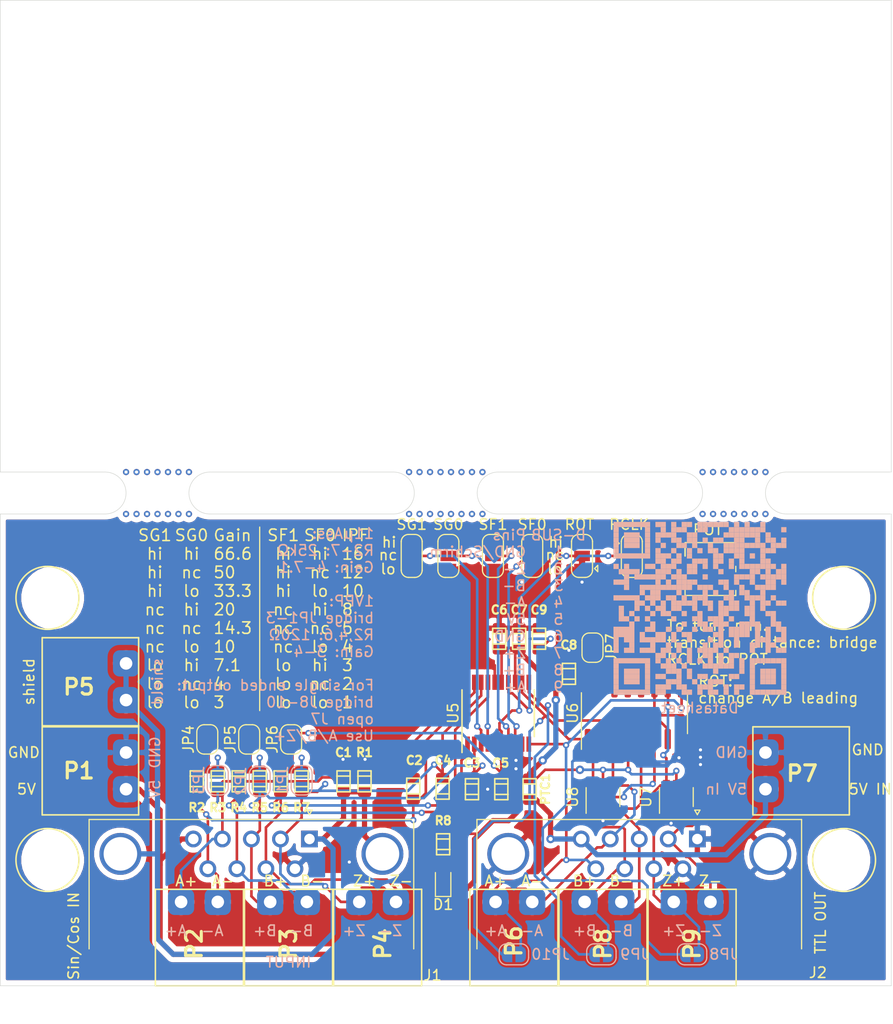
<source format=kicad_pcb>
(kicad_pcb (version 20171130) (host pcbnew "(5.1.5)-3")
  (layers (0 F.Cu signal) (31 B.Cu signal) (34 B.Paste user) (35 F.Paste user) (36 B.SilkS user) (37 F.SilkS user) (38 B.Mask user) (39 F.Mask user hide) (44 Edge.Cuts user))
  (net 0 "")
  (net 1 "Net-(C1-Pad1)")
  (net 2 GND)
  (net 3 "Net-(C2-Pad1)")
  (net 4 "Net-(C2-Pad2)")
  (net 5 "Net-(C3-Pad2)")
  (net 6 "Net-(C3-Pad1)")
  (net 7 "Net-(C4-Pad2)")
  (net 8 "Net-(C4-Pad1)")
  (net 9 "Net-(C5-Pad1)")
  (net 10 +5F)
  (net 11 /A_P)
  (net 12 /B_P)
  (net 13 /Z_P)
  (net 14 "Net-(J2-Pad5)")
  (net 15 /A_N)
  (net 16 /B_N)
  (net 17 /Z_N)
  (net 18 "Net-(JP1-Pad1)")
  (net 19 "Net-(JP2-Pad1)")
  (net 20 "Net-(JP3-Pad1)")
  (net 21 "Net-(U6-Pad12)")
  (net 22 "Net-(U6-Pad13)")
  (net 23 "Net-(U6-Pad14)")
  (net 24 "Net-(U6-Pad15)")
  (net 25 "Net-(U7-Pad1)")
  (net 26 "Net-(U7-Pad3)")
  (net 27 "Net-(D1-Pad2)")
  (net 28 "Net-(SF0-Pad2)")
  (net 29 "Net-(SF1-Pad2)")
  (net 30 "Net-(SG0-Pad2)")
  (net 31 "Net-(SG1-Pad2)")
  (net 32 "Net-(ROT1-Pad2)")
  (net 33 "Net-(C9-Pad1)")
  (net 34 A)
  (net 35 B)
  (net 36 Z)
  (net 37 "Net-(C8-Pad1)")
  (net 38 "Net-(POT1-Pad2)")
  (module ICHaus:QRCoder (layer B.Cu) (at 86.75 139)
    (fp_text reference QR***** hide)
    (fp_text value Datasheet (at 0 9.5) (layer B.SilkS) (effects (justify mirror)))
    (pad "" smd rect (at 6 -8) (size 0.5 0.5) (layers B.Cu))
    (pad "" smd rect (at 4.5 -8) (size 0.5 0.5) (layers B.Cu))
    (pad "" smd rect (at 3.5 -8) (size 0.5 0.5) (layers B.Cu))
    (pad "" smd rect (at 2.5 -8) (size 0.5 0.5) (layers B.Cu))
    (pad "" smd rect (at 2 -8) (size 0.5 0.5) (layers B.Cu))
    (pad "" smd rect (at 1.5 -8) (size 0.5 0.5) (layers B.Cu))
    (pad "" smd rect (at 1 -8) (size 0.5 0.5) (layers B.Cu))
    (pad "" smd rect (at 0.5 -8) (size 0.5 0.5) (layers B.Cu))
    (pad "" smd rect (at 0 -8) (size 0.5 0.5) (layers B.Cu))
    (pad "" smd rect (at -1 -8) (size 0.5 0.5) (layers B.Cu))
    (pad "" smd rect (at -1.5 -8) (size 0.5 0.5) (layers B.Cu))
    (pad "" smd rect (at -2.5 -8) (size 0.5 0.5) (layers B.Cu))
    (pad "" smd rect (at -3.5 -8) (size 0.5 0.5) (layers B.Cu))
    (pad "" smd rect (at -4 -8) (size 0.5 0.5) (layers B.Cu))
    (pad "" smd rect (at -5 -8) (size 0.5 0.5) (layers B.Cu))
    (pad "" smd rect (at -5.5 -8) (size 0.5 0.5) (layers B.Cu))
    (pad "" smd rect (at -6 -8) (size 0.5 0.5) (layers B.Cu))
    (pad "" smd rect (at -6.5 -8) (size 0.5 0.5) (layers B.Cu))
    (pad "" smd rect (at -7 -8) (size 0.5 0.5) (layers B.Cu))
    (pad "" smd rect (at -7.5 -8) (size 0.5 0.5) (layers B.Cu))
    (pad "" smd rect (at -8 -8) (size 0.5 0.5) (layers B.Cu))
    (pad "" smd rect (at 8 -7.5) (size 0.5 0.5) (layers B.Cu))
    (pad "" smd rect (at 6 -7.5) (size 0.5 0.5) (layers B.Cu))
    (pad "" smd rect (at 5.5 -7.5) (size 0.5 0.5) (layers B.Cu))
    (pad "" smd rect (at 5 -7.5) (size 0.5 0.5) (layers B.Cu))
    (pad "" smd rect (at 4.5 -7.5) (size 0.5 0.5) (layers B.Cu))
    (pad "" smd rect (at 4 -7.5) (size 0.5 0.5) (layers B.Cu))
    (pad "" smd rect (at 3.5 -7.5) (size 0.5 0.5) (layers B.Cu))
    (pad "" smd rect (at 3 -7.5) (size 0.5 0.5) (layers B.Cu))
    (pad "" smd rect (at 0.5 -7.5) (size 0.5 0.5) (layers B.Cu))
    (pad "" smd rect (at 0 -7.5) (size 0.5 0.5) (layers B.Cu))
    (pad "" smd rect (at -1.5 -7.5) (size 0.5 0.5) (layers B.Cu))
    (pad "" smd rect (at -2 -7.5) (size 0.5 0.5) (layers B.Cu))
    (pad "" smd rect (at -2.5 -7.5) (size 0.5 0.5) (layers B.Cu))
    (pad "" smd rect (at -3.5 -7.5) (size 0.5 0.5) (layers B.Cu))
    (pad "" smd rect (at -5 -7.5) (size 0.5 0.5) (layers B.Cu))
    (pad "" smd rect (at -8 -7.5) (size 0.5 0.5) (layers B.Cu))
    (pad "" smd rect (at 6.5 -7) (size 0.5 0.5) (layers B.Cu))
    (pad "" smd rect (at 5.5 -7) (size 0.5 0.5) (layers B.Cu))
    (pad "" smd rect (at 5 -7) (size 0.5 0.5) (layers B.Cu))
    (pad "" smd rect (at 4.5 -7) (size 0.5 0.5) (layers B.Cu))
    (pad "" smd rect (at 4 -7) (size 0.5 0.5) (layers B.Cu))
    (pad "" smd rect (at 3.5 -7) (size 0.5 0.5) (layers B.Cu))
    (pad "" smd rect (at 3 -7) (size 0.5 0.5) (layers B.Cu))
    (pad "" smd rect (at 2.5 -7) (size 0.5 0.5) (layers B.Cu))
    (pad "" smd rect (at -0.5 -7) (size 0.5 0.5) (layers B.Cu))
    (pad "" smd rect (at -1 -7) (size 0.5 0.5) (layers B.Cu))
    (pad "" smd rect (at -2.5 -7) (size 0.5 0.5) (layers B.Cu))
    (pad "" smd rect (at -3 -7) (size 0.5 0.5) (layers B.Cu))
    (pad "" smd rect (at -3.5 -7) (size 0.5 0.5) (layers B.Cu))
    (pad "" smd rect (at -4 -7) (size 0.5 0.5) (layers B.Cu))
    (pad "" smd rect (at -5 -7) (size 0.5 0.5) (layers B.Cu))
    (pad "" smd rect (at -6 -7) (size 0.5 0.5) (layers B.Cu))
    (pad "" smd rect (at -6.5 -7) (size 0.5 0.5) (layers B.Cu))
    (pad "" smd rect (at -7 -7) (size 0.5 0.5) (layers B.Cu))
    (pad "" smd rect (at -8 -7) (size 0.5 0.5) (layers B.Cu))
    (pad "" smd rect (at 8 -6.5) (size 0.5 0.5) (layers B.Cu))
    (pad "" smd rect (at 7 -6.5) (size 0.5 0.5) (layers B.Cu))
    (pad "" smd rect (at 6.5 -6.5) (size 0.5 0.5) (layers B.Cu))
    (pad "" smd rect (at 5.5 -6.5) (size 0.5 0.5) (layers B.Cu))
    (pad "" smd rect (at 4 -6.5) (size 0.5 0.5) (layers B.Cu))
    (pad "" smd rect (at 3.5 -6.5) (size 0.5 0.5) (layers B.Cu))
    (pad "" smd rect (at 2 -6.5) (size 0.5 0.5) (layers B.Cu))
    (pad "" smd rect (at 1.5 -6.5) (size 0.5 0.5) (layers B.Cu))
    (pad "" smd rect (at 0.5 -6.5) (size 0.5 0.5) (layers B.Cu))
    (pad "" smd rect (at -0.5 -6.5) (size 0.5 0.5) (layers B.Cu))
    (pad "" smd rect (at -1 -6.5) (size 0.5 0.5) (layers B.Cu))
    (pad "" smd rect (at -2 -6.5) (size 0.5 0.5) (layers B.Cu))
    (pad "" smd rect (at -2.5 -6.5) (size 0.5 0.5) (layers B.Cu))
    (pad "" smd rect (at -4 -6.5) (size 0.5 0.5) (layers B.Cu))
    (pad "" smd rect (at -5 -6.5) (size 0.5 0.5) (layers B.Cu))
    (pad "" smd rect (at -6 -6.5) (size 0.5 0.5) (layers B.Cu))
    (pad "" smd rect (at -6.5 -6.5) (size 0.5 0.5) (layers B.Cu))
    (pad "" smd rect (at -7 -6.5) (size 0.5 0.5) (layers B.Cu))
    (pad "" smd rect (at -8 -6.5) (size 0.5 0.5) (layers B.Cu))
    (pad "" smd rect (at 8 -6) (size 0.5 0.5) (layers B.Cu))
    (pad "" smd rect (at 7.5 -6) (size 0.5 0.5) (layers B.Cu))
    (pad "" smd rect (at 7 -6) (size 0.5 0.5) (layers B.Cu))
    (pad "" smd rect (at 6 -6) (size 0.5 0.5) (layers B.Cu))
    (pad "" smd rect (at 5.5 -6) (size 0.5 0.5) (layers B.Cu))
    (pad "" smd rect (at 5 -6) (size 0.5 0.5) (layers B.Cu))
    (pad "" smd rect (at 4.5 -6) (size 0.5 0.5) (layers B.Cu))
    (pad "" smd rect (at 4 -6) (size 0.5 0.5) (layers B.Cu))
    (pad "" smd rect (at 3.5 -6) (size 0.5 0.5) (layers B.Cu))
    (pad "" smd rect (at 3 -6) (size 0.5 0.5) (layers B.Cu))
    (pad "" smd rect (at 2.5 -6) (size 0.5 0.5) (layers B.Cu))
    (pad "" smd rect (at 1 -6) (size 0.5 0.5) (layers B.Cu))
    (pad "" smd rect (at -0.5 -6) (size 0.5 0.5) (layers B.Cu))
    (pad "" smd rect (at -1.5 -6) (size 0.5 0.5) (layers B.Cu))
    (pad "" smd rect (at -2 -6) (size 0.5 0.5) (layers B.Cu))
    (pad "" smd rect (at -3.5 -6) (size 0.5 0.5) (layers B.Cu))
    (pad "" smd rect (at -5 -6) (size 0.5 0.5) (layers B.Cu))
    (pad "" smd rect (at -6 -6) (size 0.5 0.5) (layers B.Cu))
    (pad "" smd rect (at -6.5 -6) (size 0.5 0.5) (layers B.Cu))
    (pad "" smd rect (at -7 -6) (size 0.5 0.5) (layers B.Cu))
    (pad "" smd rect (at -8 -6) (size 0.5 0.5) (layers B.Cu))
    (pad "" smd rect (at 7 -5.5) (size 0.5 0.5) (layers B.Cu))
    (pad "" smd rect (at 6.5 -5.5) (size 0.5 0.5) (layers B.Cu))
    (pad "" smd rect (at 6 -5.5) (size 0.5 0.5) (layers B.Cu))
    (pad "" smd rect (at 4 -5.5) (size 0.5 0.5) (layers B.Cu))
    (pad "" smd rect (at 3.5 -5.5) (size 0.5 0.5) (layers B.Cu))
    (pad "" smd rect (at 3 -5.5) (size 0.5 0.5) (layers B.Cu))
    (pad "" smd rect (at 2.5 -5.5) (size 0.5 0.5) (layers B.Cu))
    (pad "" smd rect (at 1.5 -5.5) (size 0.5 0.5) (layers B.Cu))
    (pad "" smd rect (at 1 -5.5) (size 0.5 0.5) (layers B.Cu))
    (pad "" smd rect (at 0 -5.5) (size 0.5 0.5) (layers B.Cu))
    (pad "" smd rect (at -1 -5.5) (size 0.5 0.5) (layers B.Cu))
    (pad "" smd rect (at -2.5 -5.5) (size 0.5 0.5) (layers B.Cu))
    (pad "" smd rect (at -4 -5.5) (size 0.5 0.5) (layers B.Cu))
    (pad "" smd rect (at -5 -5.5) (size 0.5 0.5) (layers B.Cu))
    (pad "" smd rect (at -8 -5.5) (size 0.5 0.5) (layers B.Cu))
    (pad "" smd rect (at 6 -5) (size 0.5 0.5) (layers B.Cu))
    (pad "" smd rect (at 5 -5) (size 0.5 0.5) (layers B.Cu))
    (pad "" smd rect (at 4 -5) (size 0.5 0.5) (layers B.Cu))
    (pad "" smd rect (at 3.5 -5) (size 0.5 0.5) (layers B.Cu))
    (pad "" smd rect (at 2 -5) (size 0.5 0.5) (layers B.Cu))
    (pad "" smd rect (at 1.5 -5) (size 0.5 0.5) (layers B.Cu))
    (pad "" smd rect (at -1 -5) (size 0.5 0.5) (layers B.Cu))
    (pad "" smd rect (at -2 -5) (size 0.5 0.5) (layers B.Cu))
    (pad "" smd rect (at -3 -5) (size 0.5 0.5) (layers B.Cu))
    (pad "" smd rect (at -3.5 -5) (size 0.5 0.5) (layers B.Cu))
    (pad "" smd rect (at -4 -5) (size 0.5 0.5) (layers B.Cu))
    (pad "" smd rect (at -5 -5) (size 0.5 0.5) (layers B.Cu))
    (pad "" smd rect (at -5.5 -5) (size 0.5 0.5) (layers B.Cu))
    (pad "" smd rect (at -6 -5) (size 0.5 0.5) (layers B.Cu))
    (pad "" smd rect (at -6.5 -5) (size 0.5 0.5) (layers B.Cu))
    (pad "" smd rect (at -7 -5) (size 0.5 0.5) (layers B.Cu))
    (pad "" smd rect (at -7.5 -5) (size 0.5 0.5) (layers B.Cu))
    (pad "" smd rect (at -8 -5) (size 0.5 0.5) (layers B.Cu))
    (pad "" smd rect (at 6.5 -4.5) (size 0.5 0.5) (layers B.Cu))
    (pad "" smd rect (at 6 -4.5) (size 0.5 0.5) (layers B.Cu))
    (pad "" smd rect (at 4 -4.5) (size 0.5 0.5) (layers B.Cu))
    (pad "" smd rect (at 3 -4.5) (size 0.5 0.5) (layers B.Cu))
    (pad "" smd rect (at 2 -4.5) (size 0.5 0.5) (layers B.Cu))
    (pad "" smd rect (at 1.5 -4.5) (size 0.5 0.5) (layers B.Cu))
    (pad "" smd rect (at 0.5 -4.5) (size 0.5 0.5) (layers B.Cu))
    (pad "" smd rect (at 0 -4.5) (size 0.5 0.5) (layers B.Cu))
    (pad "" smd rect (at -0.5 -4.5) (size 0.5 0.5) (layers B.Cu))
    (pad "" smd rect (at -2 -4.5) (size 0.5 0.5) (layers B.Cu))
    (pad "" smd rect (at -2.5 -4.5) (size 0.5 0.5) (layers B.Cu))
    (pad "" smd rect (at -3.5 -4.5) (size 0.5 0.5) (layers B.Cu))
    (pad "" smd rect (at -4 -4.5) (size 0.5 0.5) (layers B.Cu))
    (pad "" smd rect (at 8 -4) (size 0.5 0.5) (layers B.Cu))
    (pad "" smd rect (at 7 -4) (size 0.5 0.5) (layers B.Cu))
    (pad "" smd rect (at 6.5 -4) (size 0.5 0.5) (layers B.Cu))
    (pad "" smd rect (at 6 -4) (size 0.5 0.5) (layers B.Cu))
    (pad "" smd rect (at 5.5 -4) (size 0.5 0.5) (layers B.Cu))
    (pad "" smd rect (at 5 -4) (size 0.5 0.5) (layers B.Cu))
    (pad "" smd rect (at 4.5 -4) (size 0.5 0.5) (layers B.Cu))
    (pad "" smd rect (at 4 -4) (size 0.5 0.5) (layers B.Cu))
    (pad "" smd rect (at 3 -4) (size 0.5 0.5) (layers B.Cu))
    (pad "" smd rect (at 1.5 -4) (size 0.5 0.5) (layers B.Cu))
    (pad "" smd rect (at 0.5 -4) (size 0.5 0.5) (layers B.Cu))
    (pad "" smd rect (at -0.5 -4) (size 0.5 0.5) (layers B.Cu))
    (pad "" smd rect (at -1 -4) (size 0.5 0.5) (layers B.Cu))
    (pad "" smd rect (at -2.5 -4) (size 0.5 0.5) (layers B.Cu))
    (pad "" smd rect (at -3 -4) (size 0.5 0.5) (layers B.Cu))
    (pad "" smd rect (at -3.5 -4) (size 0.5 0.5) (layers B.Cu))
    (pad "" smd rect (at -4.5 -4) (size 0.5 0.5) (layers B.Cu))
    (pad "" smd rect (at -5 -4) (size 0.5 0.5) (layers B.Cu))
    (pad "" smd rect (at -7 -4) (size 0.5 0.5) (layers B.Cu))
    (pad "" smd rect (at -8 -4) (size 0.5 0.5) (layers B.Cu))
    (pad "" smd rect (at 8 -3.5) (size 0.5 0.5) (layers B.Cu))
    (pad "" smd rect (at 7.5 -3.5) (size 0.5 0.5) (layers B.Cu))
    (pad "" smd rect (at 6.5 -3.5) (size 0.5 0.5) (layers B.Cu))
    (pad "" smd rect (at 5.5 -3.5) (size 0.5 0.5) (layers B.Cu))
    (pad "" smd rect (at 5 -3.5) (size 0.5 0.5) (layers B.Cu))
    (pad "" smd rect (at 2 -3.5) (size 0.5 0.5) (layers B.Cu))
    (pad "" smd rect (at -0.5 -3.5) (size 0.5 0.5) (layers B.Cu))
    (pad "" smd rect (at -1 -3.5) (size 0.5 0.5) (layers B.Cu))
    (pad "" smd rect (at -2 -3.5) (size 0.5 0.5) (layers B.Cu))
    (pad "" smd rect (at -3 -3.5) (size 0.5 0.5) (layers B.Cu))
    (pad "" smd rect (at -3.5 -3.5) (size 0.5 0.5) (layers B.Cu))
    (pad "" smd rect (at -4 -3.5) (size 0.5 0.5) (layers B.Cu))
    (pad "" smd rect (at -6 -3.5) (size 0.5 0.5) (layers B.Cu))
    (pad "" smd rect (at -6.5 -3.5) (size 0.5 0.5) (layers B.Cu))
    (pad "" smd rect (at -7 -3.5) (size 0.5 0.5) (layers B.Cu))
    (pad "" smd rect (at -7.5 -3.5) (size 0.5 0.5) (layers B.Cu))
    (pad "" smd rect (at 8 -3) (size 0.5 0.5) (layers B.Cu))
    (pad "" smd rect (at 7.5 -3) (size 0.5 0.5) (layers B.Cu))
    (pad "" smd rect (at 7 -3) (size 0.5 0.5) (layers B.Cu))
    (pad "" smd rect (at 6.5 -3) (size 0.5 0.5) (layers B.Cu))
    (pad "" smd rect (at 6 -3) (size 0.5 0.5) (layers B.Cu))
    (pad "" smd rect (at 5 -3) (size 0.5 0.5) (layers B.Cu))
    (pad "" smd rect (at 4.5 -3) (size 0.5 0.5) (layers B.Cu))
    (pad "" smd rect (at 4 -3) (size 0.5 0.5) (layers B.Cu))
    (pad "" smd rect (at 3.5 -3) (size 0.5 0.5) (layers B.Cu))
    (pad "" smd rect (at 0.5 -3) (size 0.5 0.5) (layers B.Cu))
    (pad "" smd rect (at -1.5 -3) (size 0.5 0.5) (layers B.Cu))
    (pad "" smd rect (at -2 -3) (size 0.5 0.5) (layers B.Cu))
    (pad "" smd rect (at -2.5 -3) (size 0.5 0.5) (layers B.Cu))
    (pad "" smd rect (at -3.5 -3) (size 0.5 0.5) (layers B.Cu))
    (pad "" smd rect (at -4 -3) (size 0.5 0.5) (layers B.Cu))
    (pad "" smd rect (at -4.5 -3) (size 0.5 0.5) (layers B.Cu))
    (pad "" smd rect (at -5 -3) (size 0.5 0.5) (layers B.Cu))
    (pad "" smd rect (at -5.5 -3) (size 0.5 0.5) (layers B.Cu))
    (pad "" smd rect (at -6 -3) (size 0.5 0.5) (layers B.Cu))
    (pad "" smd rect (at -7 -3) (size 0.5 0.5) (layers B.Cu))
    (pad "" smd rect (at 8 -2.5) (size 0.5 0.5) (layers B.Cu))
    (pad "" smd rect (at 7 -2.5) (size 0.5 0.5) (layers B.Cu))
    (pad "" smd rect (at 6.5 -2.5) (size 0.5 0.5) (layers B.Cu))
    (pad "" smd rect (at 5 -2.5) (size 0.5 0.5) (layers B.Cu))
    (pad "" smd rect (at 3.5 -2.5) (size 0.5 0.5) (layers B.Cu))
    (pad "" smd rect (at 2.5 -2.5) (size 0.5 0.5) (layers B.Cu))
    (pad "" smd rect (at 2 -2.5) (size 0.5 0.5) (layers B.Cu))
    (pad "" smd rect (at -0.5 -2.5) (size 0.5 0.5) (layers B.Cu))
    (pad "" smd rect (at -1 -2.5) (size 0.5 0.5) (layers B.Cu))
    (pad "" smd rect (at -1.5 -2.5) (size 0.5 0.5) (layers B.Cu))
    (pad "" smd rect (at -2 -2.5) (size 0.5 0.5) (layers B.Cu))
    (pad "" smd rect (at -3 -2.5) (size 0.5 0.5) (layers B.Cu))
    (pad "" smd rect (at -4 -2.5) (size 0.5 0.5) (layers B.Cu))
    (pad "" smd rect (at -7 -2.5) (size 0.5 0.5) (layers B.Cu))
    (pad "" smd rect (at -7.5 -2.5) (size 0.5 0.5) (layers B.Cu))
    (pad "" smd rect (at -8 -2.5) (size 0.5 0.5) (layers B.Cu))
    (pad "" smd rect (at 7 -2) (size 0.5 0.5) (layers B.Cu))
    (pad "" smd rect (at 6.5 -2) (size 0.5 0.5) (layers B.Cu))
    (pad "" smd rect (at 6 -2) (size 0.5 0.5) (layers B.Cu))
    (pad "" smd rect (at 5.5 -2) (size 0.5 0.5) (layers B.Cu))
    (pad "" smd rect (at 4 -2) (size 0.5 0.5) (layers B.Cu))
    (pad "" smd rect (at 2.5 -2) (size 0.5 0.5) (layers B.Cu))
    (pad "" smd rect (at 1 -2) (size 0.5 0.5) (layers B.Cu))
    (pad "" smd rect (at 0.5 -2) (size 0.5 0.5) (layers B.Cu))
    (pad "" smd rect (at 0 -2) (size 0.5 0.5) (layers B.Cu))
    (pad "" smd rect (at -1 -2) (size 0.5 0.5) (layers B.Cu))
    (pad "" smd rect (at -1.5 -2) (size 0.5 0.5) (layers B.Cu))
    (pad "" smd rect (at -2 -2) (size 0.5 0.5) (layers B.Cu))
    (pad "" smd rect (at -2.5 -2) (size 0.5 0.5) (layers B.Cu))
    (pad "" smd rect (at -3 -2) (size 0.5 0.5) (layers B.Cu))
    (pad "" smd rect (at -3.5 -2) (size 0.5 0.5) (layers B.Cu))
    (pad "" smd rect (at -4 -2) (size 0.5 0.5) (layers B.Cu))
    (pad "" smd rect (at -4.5 -2) (size 0.5 0.5) (layers B.Cu))
    (pad "" smd rect (at -5 -2) (size 0.5 0.5) (layers B.Cu))
    (pad "" smd rect (at -5.5 -2) (size 0.5 0.5) (layers B.Cu))
    (pad "" smd rect (at -7 -2) (size 0.5 0.5) (layers B.Cu))
    (pad "" smd rect (at 6 -1.5) (size 0.5 0.5) (layers B.Cu))
    (pad "" smd rect (at 4.5 -1.5) (size 0.5 0.5) (layers B.Cu))
    (pad "" smd rect (at 4 -1.5) (size 0.5 0.5) (layers B.Cu))
    (pad "" smd rect (at 3 -1.5) (size 0.5 0.5) (layers B.Cu))
    (pad "" smd rect (at 1.5 -1.5) (size 0.5 0.5) (layers B.Cu))
    (pad "" smd rect (at 0.5 -1.5) (size 0.5 0.5) (layers B.Cu))
    (pad "" smd rect (at -2 -1.5) (size 0.5 0.5) (layers B.Cu))
    (pad "" smd rect (at -4 -1.5) (size 0.5 0.5) (layers B.Cu))
    (pad "" smd rect (at -4.5 -1.5) (size 0.5 0.5) (layers B.Cu))
    (pad "" smd rect (at -5.5 -1.5) (size 0.5 0.5) (layers B.Cu))
    (pad "" smd rect (at 7 -1) (size 0.5 0.5) (layers B.Cu))
    (pad "" smd rect (at 6 -1) (size 0.5 0.5) (layers B.Cu))
    (pad "" smd rect (at 5.5 -1) (size 0.5 0.5) (layers B.Cu))
    (pad "" smd rect (at 5 -1) (size 0.5 0.5) (layers B.Cu))
    (pad "" smd rect (at 4.5 -1) (size 0.5 0.5) (layers B.Cu))
    (pad "" smd rect (at 3 -1) (size 0.5 0.5) (layers B.Cu))
    (pad "" smd rect (at 2.5 -1) (size 0.5 0.5) (layers B.Cu))
    (pad "" smd rect (at 0.5 -1) (size 0.5 0.5) (layers B.Cu))
    (pad "" smd rect (at 0 -1) (size 0.5 0.5) (layers B.Cu))
    (pad "" smd rect (at -0.5 -1) (size 0.5 0.5) (layers B.Cu))
    (pad "" smd rect (at -1.5 -1) (size 0.5 0.5) (layers B.Cu))
    (pad "" smd rect (at -2.5 -1) (size 0.5 0.5) (layers B.Cu))
    (pad "" smd rect (at -3 -1) (size 0.5 0.5) (layers B.Cu))
    (pad "" smd rect (at -4 -1) (size 0.5 0.5) (layers B.Cu))
    (pad "" smd rect (at -4.5 -1) (size 0.5 0.5) (layers B.Cu))
    (pad "" smd rect (at -5 -1) (size 0.5 0.5) (layers B.Cu))
    (pad "" smd rect (at -6 -1) (size 0.5 0.5) (layers B.Cu))
    (pad "" smd rect (at -6.5 -1) (size 0.5 0.5) (layers B.Cu))
    (pad "" smd rect (at -7 -1) (size 0.5 0.5) (layers B.Cu))
    (pad "" smd rect (at -7.5 -1) (size 0.5 0.5) (layers B.Cu))
    (pad "" smd rect (at -8 -1) (size 0.5 0.5) (layers B.Cu))
    (pad "" smd rect (at 8 -0.5) (size 0.5 0.5) (layers B.Cu))
    (pad "" smd rect (at 7.5 -0.5) (size 0.5 0.5) (layers B.Cu))
    (pad "" smd rect (at 6.5 -0.5) (size 0.5 0.5) (layers B.Cu))
    (pad "" smd rect (at 6 -0.5) (size 0.5 0.5) (layers B.Cu))
    (pad "" smd rect (at 5 -0.5) (size 0.5 0.5) (layers B.Cu))
    (pad "" smd rect (at 3.5 -0.5) (size 0.5 0.5) (layers B.Cu))
    (pad "" smd rect (at 3 -0.5) (size 0.5 0.5) (layers B.Cu))
    (pad "" smd rect (at 2 -0.5) (size 0.5 0.5) (layers B.Cu))
    (pad "" smd rect (at 1 -0.5) (size 0.5 0.5) (layers B.Cu))
    (pad "" smd rect (at 0.5 -0.5) (size 0.5 0.5) (layers B.Cu))
    (pad "" smd rect (at -0.5 -0.5) (size 0.5 0.5) (layers B.Cu))
    (pad "" smd rect (at -1 -0.5) (size 0.5 0.5) (layers B.Cu))
    (pad "" smd rect (at -1.5 -0.5) (size 0.5 0.5) (layers B.Cu))
    (pad "" smd rect (at -2 -0.5) (size 0.5 0.5) (layers B.Cu))
    (pad "" smd rect (at -2.5 -0.5) (size 0.5 0.5) (layers B.Cu))
    (pad "" smd rect (at -3.5 -0.5) (size 0.5 0.5) (layers B.Cu))
    (pad "" smd rect (at -4.5 -0.5) (size 0.5 0.5) (layers B.Cu))
    (pad "" smd rect (at -5.5 -0.5) (size 0.5 0.5) (layers B.Cu))
    (pad "" smd rect (at -6 -0.5) (size 0.5 0.5) (layers B.Cu))
    (pad "" smd rect (at 6 0) (size 0.5 0.5) (layers B.Cu))
    (pad "" smd rect (at 5 0) (size 0.5 0.5) (layers B.Cu))
    (pad "" smd rect (at 4.5 0) (size 0.5 0.5) (layers B.Cu))
    (pad "" smd rect (at 3.5 0) (size 0.5 0.5) (layers B.Cu))
    (pad "" smd rect (at 3 0) (size 0.5 0.5) (layers B.Cu))
    (pad "" smd rect (at 2.5 0) (size 0.5 0.5) (layers B.Cu))
    (pad "" smd rect (at 2 0) (size 0.5 0.5) (layers B.Cu))
    (pad "" smd rect (at 1 0) (size 0.5 0.5) (layers B.Cu))
    (pad "" smd rect (at -0.5 0) (size 0.5 0.5) (layers B.Cu))
    (pad "" smd rect (at -2 0) (size 0.5 0.5) (layers B.Cu))
    (pad "" smd rect (at -2.5 0) (size 0.5 0.5) (layers B.Cu))
    (pad "" smd rect (at -3.5 0) (size 0.5 0.5) (layers B.Cu))
    (pad "" smd rect (at -4 0) (size 0.5 0.5) (layers B.Cu))
    (pad "" smd rect (at -5 0) (size 0.5 0.5) (layers B.Cu))
    (pad "" smd rect (at -6 0) (size 0.5 0.5) (layers B.Cu))
    (pad "" smd rect (at -7.5 0) (size 0.5 0.5) (layers B.Cu))
    (pad "" smd rect (at 7 0.5) (size 0.5 0.5) (layers B.Cu))
    (pad "" smd rect (at 6.5 0.5) (size 0.5 0.5) (layers B.Cu))
    (pad "" smd rect (at 5 0.5) (size 0.5 0.5) (layers B.Cu))
    (pad "" smd rect (at 4.5 0.5) (size 0.5 0.5) (layers B.Cu))
    (pad "" smd rect (at 2.5 0.5) (size 0.5 0.5) (layers B.Cu))
    (pad "" smd rect (at 2 0.5) (size 0.5 0.5) (layers B.Cu))
    (pad "" smd rect (at 0 0.5) (size 0.5 0.5) (layers B.Cu))
    (pad "" smd rect (at -1.5 0.5) (size 0.5 0.5) (layers B.Cu))
    (pad "" smd rect (at -3 0.5) (size 0.5 0.5) (layers B.Cu))
    (pad "" smd rect (at -3.5 0.5) (size 0.5 0.5) (layers B.Cu))
    (pad "" smd rect (at -4.5 0.5) (size 0.5 0.5) (layers B.Cu))
    (pad "" smd rect (at -6.5 0.5) (size 0.5 0.5) (layers B.Cu))
    (pad "" smd rect (at -7.5 0.5) (size 0.5 0.5) (layers B.Cu))
    (pad "" smd rect (at 7 1) (size 0.5 0.5) (layers B.Cu))
    (pad "" smd rect (at 5 1) (size 0.5 0.5) (layers B.Cu))
    (pad "" smd rect (at 3 1) (size 0.5 0.5) (layers B.Cu))
    (pad "" smd rect (at 2 1) (size 0.5 0.5) (layers B.Cu))
    (pad "" smd rect (at 1.5 1) (size 0.5 0.5) (layers B.Cu))
    (pad "" smd rect (at 1 1) (size 0.5 0.5) (layers B.Cu))
    (pad "" smd rect (at 0 1) (size 0.5 0.5) (layers B.Cu))
    (pad "" smd rect (at -0.5 1) (size 0.5 0.5) (layers B.Cu))
    (pad "" smd rect (at -2.5 1) (size 0.5 0.5) (layers B.Cu))
    (pad "" smd rect (at -5 1) (size 0.5 0.5) (layers B.Cu))
    (pad "" smd rect (at -6 1) (size 0.5 0.5) (layers B.Cu))
    (pad "" smd rect (at -7 1) (size 0.5 0.5) (layers B.Cu))
    (pad "" smd rect (at -7.5 1) (size 0.5 0.5) (layers B.Cu))
    (pad "" smd rect (at 7.5 1.5) (size 0.5 0.5) (layers B.Cu))
    (pad "" smd rect (at 7 1.5) (size 0.5 0.5) (layers B.Cu))
    (pad "" smd rect (at 5.5 1.5) (size 0.5 0.5) (layers B.Cu))
    (pad "" smd rect (at 5 1.5) (size 0.5 0.5) (layers B.Cu))
    (pad "" smd rect (at 4.5 1.5) (size 0.5 0.5) (layers B.Cu))
    (pad "" smd rect (at 4 1.5) (size 0.5 0.5) (layers B.Cu))
    (pad "" smd rect (at 2.5 1.5) (size 0.5 0.5) (layers B.Cu))
    (pad "" smd rect (at 2 1.5) (size 0.5 0.5) (layers B.Cu))
    (pad "" smd rect (at 1.5 1.5) (size 0.5 0.5) (layers B.Cu))
    (pad "" smd rect (at 0.5 1.5) (size 0.5 0.5) (layers B.Cu))
    (pad "" smd rect (at 0 1.5) (size 0.5 0.5) (layers B.Cu))
    (pad "" smd rect (at -1.5 1.5) (size 0.5 0.5) (layers B.Cu))
    (pad "" smd rect (at -4.5 1.5) (size 0.5 0.5) (layers B.Cu))
    (pad "" smd rect (at -6.5 1.5) (size 0.5 0.5) (layers B.Cu))
    (pad "" smd rect (at 8 2) (size 0.5 0.5) (layers B.Cu))
    (pad "" smd rect (at 7.5 2) (size 0.5 0.5) (layers B.Cu))
    (pad "" smd rect (at 6.5 2) (size 0.5 0.5) (layers B.Cu))
    (pad "" smd rect (at 5.5 2) (size 0.5 0.5) (layers B.Cu))
    (pad "" smd rect (at 4.5 2) (size 0.5 0.5) (layers B.Cu))
    (pad "" smd rect (at 4 2) (size 0.5 0.5) (layers B.Cu))
    (pad "" smd rect (at 3.5 2) (size 0.5 0.5) (layers B.Cu))
    (pad "" smd rect (at 3 2) (size 0.5 0.5) (layers B.Cu))
    (pad "" smd rect (at 2 2) (size 0.5 0.5) (layers B.Cu))
    (pad "" smd rect (at 1 2) (size 0.5 0.5) (layers B.Cu))
    (pad "" smd rect (at 0.5 2) (size 0.5 0.5) (layers B.Cu))
    (pad "" smd rect (at -0.5 2) (size 0.5 0.5) (layers B.Cu))
    (pad "" smd rect (at -2 2) (size 0.5 0.5) (layers B.Cu))
    (pad "" smd rect (at -3 2) (size 0.5 0.5) (layers B.Cu))
    (pad "" smd rect (at -4.5 2) (size 0.5 0.5) (layers B.Cu))
    (pad "" smd rect (at -5 2) (size 0.5 0.5) (layers B.Cu))
    (pad "" smd rect (at -6.5 2) (size 0.5 0.5) (layers B.Cu))
    (pad "" smd rect (at -7 2) (size 0.5 0.5) (layers B.Cu))
    (pad "" smd rect (at -7.5 2) (size 0.5 0.5) (layers B.Cu))
    (pad "" smd rect (at -8 2) (size 0.5 0.5) (layers B.Cu))
    (pad "" smd rect (at 8 2.5) (size 0.5 0.5) (layers B.Cu))
    (pad "" smd rect (at 6.5 2.5) (size 0.5 0.5) (layers B.Cu))
    (pad "" smd rect (at 5.5 2.5) (size 0.5 0.5) (layers B.Cu))
    (pad "" smd rect (at 4.5 2.5) (size 0.5 0.5) (layers B.Cu))
    (pad "" smd rect (at 4 2.5) (size 0.5 0.5) (layers B.Cu))
    (pad "" smd rect (at 3.5 2.5) (size 0.5 0.5) (layers B.Cu))
    (pad "" smd rect (at 3 2.5) (size 0.5 0.5) (layers B.Cu))
    (pad "" smd rect (at 2 2.5) (size 0.5 0.5) (layers B.Cu))
    (pad "" smd rect (at 1.5 2.5) (size 0.5 0.5) (layers B.Cu))
    (pad "" smd rect (at -1 2.5) (size 0.5 0.5) (layers B.Cu))
    (pad "" smd rect (at -1.5 2.5) (size 0.5 0.5) (layers B.Cu))
    (pad "" smd rect (at -2.5 2.5) (size 0.5 0.5) (layers B.Cu))
    (pad "" smd rect (at -3.5 2.5) (size 0.5 0.5) (layers B.Cu))
    (pad "" smd rect (at -4 2.5) (size 0.5 0.5) (layers B.Cu))
    (pad "" smd rect (at -5.5 2.5) (size 0.5 0.5) (layers B.Cu))
    (pad "" smd rect (at -6.5 2.5) (size 0.5 0.5) (layers B.Cu))
    (pad "" smd rect (at -7 2.5) (size 0.5 0.5) (layers B.Cu))
    (pad "" smd rect (at -7.5 2.5) (size 0.5 0.5) (layers B.Cu))
    (pad "" smd rect (at -8 2.5) (size 0.5 0.5) (layers B.Cu))
    (pad "" smd rect (at 8 3) (size 0.5 0.5) (layers B.Cu))
    (pad "" smd rect (at 7.5 3) (size 0.5 0.5) (layers B.Cu))
    (pad "" smd rect (at 6.5 3) (size 0.5 0.5) (layers B.Cu))
    (pad "" smd rect (at 6 3) (size 0.5 0.5) (layers B.Cu))
    (pad "" smd rect (at 5.5 3) (size 0.5 0.5) (layers B.Cu))
    (pad "" smd rect (at 3.5 3) (size 0.5 0.5) (layers B.Cu))
    (pad "" smd rect (at 2 3) (size 0.5 0.5) (layers B.Cu))
    (pad "" smd rect (at 1 3) (size 0.5 0.5) (layers B.Cu))
    (pad "" smd rect (at -1 3) (size 0.5 0.5) (layers B.Cu))
    (pad "" smd rect (at -2.5 3) (size 0.5 0.5) (layers B.Cu))
    (pad "" smd rect (at -3.5 3) (size 0.5 0.5) (layers B.Cu))
    (pad "" smd rect (at -4 3) (size 0.5 0.5) (layers B.Cu))
    (pad "" smd rect (at -4.5 3) (size 0.5 0.5) (layers B.Cu))
    (pad "" smd rect (at -5 3) (size 0.5 0.5) (layers B.Cu))
    (pad "" smd rect (at -5.5 3) (size 0.5 0.5) (layers B.Cu))
    (pad "" smd rect (at -6.5 3) (size 0.5 0.5) (layers B.Cu))
    (pad "" smd rect (at -7 3) (size 0.5 0.5) (layers B.Cu))
    (pad "" smd rect (at -8 3) (size 0.5 0.5) (layers B.Cu))
    (pad "" smd rect (at 7 3.5) (size 0.5 0.5) (layers B.Cu))
    (pad "" smd rect (at 6.5 3.5) (size 0.5 0.5) (layers B.Cu))
    (pad "" smd rect (at 5.5 3.5) (size 0.5 0.5) (layers B.Cu))
    (pad "" smd rect (at 5 3.5) (size 0.5 0.5) (layers B.Cu))
    (pad "" smd rect (at 3.5 3.5) (size 0.5 0.5) (layers B.Cu))
    (pad "" smd rect (at 2 3.5) (size 0.5 0.5) (layers B.Cu))
    (pad "" smd rect (at 1.5 3.5) (size 0.5 0.5) (layers B.Cu))
    (pad "" smd rect (at 0.5 3.5) (size 0.5 0.5) (layers B.Cu))
    (pad "" smd rect (at -2 3.5) (size 0.5 0.5) (layers B.Cu))
    (pad "" smd rect (at -3 3.5) (size 0.5 0.5) (layers B.Cu))
    (pad "" smd rect (at -4.5 3.5) (size 0.5 0.5) (layers B.Cu))
    (pad "" smd rect (at -6.5 3.5) (size 0.5 0.5) (layers B.Cu))
    (pad "" smd rect (at -8 3.5) (size 0.5 0.5) (layers B.Cu))
    (pad "" smd rect (at 8 4) (size 0.5 0.5) (layers B.Cu))
    (pad "" smd rect (at 7.5 4) (size 0.5 0.5) (layers B.Cu))
    (pad "" smd rect (at 6.5 4) (size 0.5 0.5) (layers B.Cu))
    (pad "" smd rect (at 5 4) (size 0.5 0.5) (layers B.Cu))
    (pad "" smd rect (at 2.5 4) (size 0.5 0.5) (layers B.Cu))
    (pad "" smd rect (at 1.5 4) (size 0.5 0.5) (layers B.Cu))
    (pad "" smd rect (at 1 4) (size 0.5 0.5) (layers B.Cu))
    (pad "" smd rect (at 0.5 4) (size 0.5 0.5) (layers B.Cu))
    (pad "" smd rect (at 0 4) (size 0.5 0.5) (layers B.Cu))
    (pad "" smd rect (at -1 4) (size 0.5 0.5) (layers B.Cu))
    (pad "" smd rect (at -2 4) (size 0.5 0.5) (layers B.Cu))
    (pad "" smd rect (at -3 4) (size 0.5 0.5) (layers B.Cu))
    (pad "" smd rect (at -3.5 4) (size 0.5 0.5) (layers B.Cu))
    (pad "" smd rect (at -4.5 4) (size 0.5 0.5) (layers B.Cu))
    (pad "" smd rect (at -5 4) (size 0.5 0.5) (layers B.Cu))
    (pad "" smd rect (at -5.5 4) (size 0.5 0.5) (layers B.Cu))
    (pad "" smd rect (at -6.5 4) (size 0.5 0.5) (layers B.Cu))
    (pad "" smd rect (at -7 4) (size 0.5 0.5) (layers B.Cu))
    (pad "" smd rect (at -8 4) (size 0.5 0.5) (layers B.Cu))
    (pad "" smd rect (at 3.5 4.5) (size 0.5 0.5) (layers B.Cu))
    (pad "" smd rect (at 3 4.5) (size 0.5 0.5) (layers B.Cu))
    (pad "" smd rect (at 2 4.5) (size 0.5 0.5) (layers B.Cu))
    (pad "" smd rect (at 1 4.5) (size 0.5 0.5) (layers B.Cu))
    (pad "" smd rect (at 0.5 4.5) (size 0.5 0.5) (layers B.Cu))
    (pad "" smd rect (at -1 4.5) (size 0.5 0.5) (layers B.Cu))
    (pad "" smd rect (at -2.5 4.5) (size 0.5 0.5) (layers B.Cu))
    (pad "" smd rect (at -3.5 4.5) (size 0.5 0.5) (layers B.Cu))
    (pad "" smd rect (at -4 4.5) (size 0.5 0.5) (layers B.Cu))
    (pad "" smd rect (at 8 5) (size 0.5 0.5) (layers B.Cu))
    (pad "" smd rect (at 7.5 5) (size 0.5 0.5) (layers B.Cu))
    (pad "" smd rect (at 7 5) (size 0.5 0.5) (layers B.Cu))
    (pad "" smd rect (at 6.5 5) (size 0.5 0.5) (layers B.Cu))
    (pad "" smd rect (at 6 5) (size 0.5 0.5) (layers B.Cu))
    (pad "" smd rect (at 5.5 5) (size 0.5 0.5) (layers B.Cu))
    (pad "" smd rect (at 5 5) (size 0.5 0.5) (layers B.Cu))
    (pad "" smd rect (at 4 5) (size 0.5 0.5) (layers B.Cu))
    (pad "" smd rect (at 3 5) (size 0.5 0.5) (layers B.Cu))
    (pad "" smd rect (at 2 5) (size 0.5 0.5) (layers B.Cu))
    (pad "" smd rect (at 1 5) (size 0.5 0.5) (layers B.Cu))
    (pad "" smd rect (at 0 5) (size 0.5 0.5) (layers B.Cu))
    (pad "" smd rect (at -1 5) (size 0.5 0.5) (layers B.Cu))
    (pad "" smd rect (at -2 5) (size 0.5 0.5) (layers B.Cu))
    (pad "" smd rect (at -3 5) (size 0.5 0.5) (layers B.Cu))
    (pad "" smd rect (at -4 5) (size 0.5 0.5) (layers B.Cu))
    (pad "" smd rect (at -5 5) (size 0.5 0.5) (layers B.Cu))
    (pad "" smd rect (at -5.5 5) (size 0.5 0.5) (layers B.Cu))
    (pad "" smd rect (at -6 5) (size 0.5 0.5) (layers B.Cu))
    (pad "" smd rect (at -6.5 5) (size 0.5 0.5) (layers B.Cu))
    (pad "" smd rect (at -7 5) (size 0.5 0.5) (layers B.Cu))
    (pad "" smd rect (at -7.5 5) (size 0.5 0.5) (layers B.Cu))
    (pad "" smd rect (at -8 5) (size 0.5 0.5) (layers B.Cu))
    (pad "" smd rect (at 8 5.5) (size 0.5 0.5) (layers B.Cu))
    (pad "" smd rect (at 5 5.5) (size 0.5 0.5) (layers B.Cu))
    (pad "" smd rect (at 4 5.5) (size 0.5 0.5) (layers B.Cu))
    (pad "" smd rect (at 3 5.5) (size 0.5 0.5) (layers B.Cu))
    (pad "" smd rect (at 2.5 5.5) (size 0.5 0.5) (layers B.Cu))
    (pad "" smd rect (at 2 5.5) (size 0.5 0.5) (layers B.Cu))
    (pad "" smd rect (at 1.5 5.5) (size 0.5 0.5) (layers B.Cu))
    (pad "" smd rect (at 1 5.5) (size 0.5 0.5) (layers B.Cu))
    (pad "" smd rect (at 0.5 5.5) (size 0.5 0.5) (layers B.Cu))
    (pad "" smd rect (at -1.5 5.5) (size 0.5 0.5) (layers B.Cu))
    (pad "" smd rect (at -2.5 5.5) (size 0.5 0.5) (layers B.Cu))
    (pad "" smd rect (at -3 5.5) (size 0.5 0.5) (layers B.Cu))
    (pad "" smd rect (at -3.5 5.5) (size 0.5 0.5) (layers B.Cu))
    (pad "" smd rect (at -5 5.5) (size 0.5 0.5) (layers B.Cu))
    (pad "" smd rect (at -8 5.5) (size 0.5 0.5) (layers B.Cu))
    (pad "" smd rect (at 8 6) (size 0.5 0.5) (layers B.Cu))
    (pad "" smd rect (at 7 6) (size 0.5 0.5) (layers B.Cu))
    (pad "" smd rect (at 6.5 6) (size 0.5 0.5) (layers B.Cu))
    (pad "" smd rect (at 6 6) (size 0.5 0.5) (layers B.Cu))
    (pad "" smd rect (at 5 6) (size 0.5 0.5) (layers B.Cu))
    (pad "" smd rect (at 4 6) (size 0.5 0.5) (layers B.Cu))
    (pad "" smd rect (at 1.5 6) (size 0.5 0.5) (layers B.Cu))
    (pad "" smd rect (at -1 6) (size 0.5 0.5) (layers B.Cu))
    (pad "" smd rect (at -2 6) (size 0.5 0.5) (layers B.Cu))
    (pad "" smd rect (at -2.5 6) (size 0.5 0.5) (layers B.Cu))
    (pad "" smd rect (at -3 6) (size 0.5 0.5) (layers B.Cu))
    (pad "" smd rect (at -5 6) (size 0.5 0.5) (layers B.Cu))
    (pad "" smd rect (at -6 6) (size 0.5 0.5) (layers B.Cu))
    (pad "" smd rect (at -6.5 6) (size 0.5 0.5) (layers B.Cu))
    (pad "" smd rect (at -7 6) (size 0.5 0.5) (layers B.Cu))
    (pad "" smd rect (at -8 6) (size 0.5 0.5) (layers B.Cu))
    (pad "" smd rect (at 8 6.5) (size 0.5 0.5) (layers B.Cu))
    (pad "" smd rect (at 7 6.5) (size 0.5 0.5) (layers B.Cu))
    (pad "" smd rect (at 6.5 6.5) (size 0.5 0.5) (layers B.Cu))
    (pad "" smd rect (at 6 6.5) (size 0.5 0.5) (layers B.Cu))
    (pad "" smd rect (at 5 6.5) (size 0.5 0.5) (layers B.Cu))
    (pad "" smd rect (at 3.5 6.5) (size 0.5 0.5) (layers B.Cu))
    (pad "" smd rect (at 3 6.5) (size 0.5 0.5) (layers B.Cu))
    (pad "" smd rect (at 0.5 6.5) (size 0.5 0.5) (layers B.Cu))
    (pad "" smd rect (at 0 6.5) (size 0.5 0.5) (layers B.Cu))
    (pad "" smd rect (at -1 6.5) (size 0.5 0.5) (layers B.Cu))
    (pad "" smd rect (at -2 6.5) (size 0.5 0.5) (layers B.Cu))
    (pad "" smd rect (at -3.5 6.5) (size 0.5 0.5) (layers B.Cu))
    (pad "" smd rect (at -4 6.5) (size 0.5 0.5) (layers B.Cu))
    (pad "" smd rect (at -5 6.5) (size 0.5 0.5) (layers B.Cu))
    (pad "" smd rect (at -6 6.5) (size 0.5 0.5) (layers B.Cu))
    (pad "" smd rect (at -6.5 6.5) (size 0.5 0.5) (layers B.Cu))
    (pad "" smd rect (at -7 6.5) (size 0.5 0.5) (layers B.Cu))
    (pad "" smd rect (at -8 6.5) (size 0.5 0.5) (layers B.Cu))
    (pad "" smd rect (at 8 7) (size 0.5 0.5) (layers B.Cu))
    (pad "" smd rect (at 7 7) (size 0.5 0.5) (layers B.Cu))
    (pad "" smd rect (at 6.5 7) (size 0.5 0.5) (layers B.Cu))
    (pad "" smd rect (at 6 7) (size 0.5 0.5) (layers B.Cu))
    (pad "" smd rect (at 5 7) (size 0.5 0.5) (layers B.Cu))
    (pad "" smd rect (at 2 7) (size 0.5 0.5) (layers B.Cu))
    (pad "" smd rect (at 1.5 7) (size 0.5 0.5) (layers B.Cu))
    (pad "" smd rect (at 1 7) (size 0.5 0.5) (layers B.Cu))
    (pad "" smd rect (at -0.5 7) (size 0.5 0.5) (layers B.Cu))
    (pad "" smd rect (at -2 7) (size 0.5 0.5) (layers B.Cu))
    (pad "" smd rect (at -2.5 7) (size 0.5 0.5) (layers B.Cu))
    (pad "" smd rect (at -3 7) (size 0.5 0.5) (layers B.Cu))
    (pad "" smd rect (at -5 7) (size 0.5 0.5) (layers B.Cu))
    (pad "" smd rect (at -6 7) (size 0.5 0.5) (layers B.Cu))
    (pad "" smd rect (at -6.5 7) (size 0.5 0.5) (layers B.Cu))
    (pad "" smd rect (at -7 7) (size 0.5 0.5) (layers B.Cu))
    (pad "" smd rect (at -8 7) (size 0.5 0.5) (layers B.Cu))
    (pad "" smd rect (at 8 7.5) (size 0.5 0.5) (layers B.Cu))
    (pad "" smd rect (at 5 7.5) (size 0.5 0.5) (layers B.Cu))
    (pad "" smd rect (at 4 7.5) (size 0.5 0.5) (layers B.Cu))
    (pad "" smd rect (at 3.5 7.5) (size 0.5 0.5) (layers B.Cu))
    (pad "" smd rect (at 2.5 7.5) (size 0.5 0.5) (layers B.Cu))
    (pad "" smd rect (at 1 7.5) (size 0.5 0.5) (layers B.Cu))
    (pad "" smd rect (at 0.5 7.5) (size 0.5 0.5) (layers B.Cu))
    (pad "" smd rect (at 0 7.5) (size 0.5 0.5) (layers B.Cu))
    (pad "" smd rect (at -1.5 7.5) (size 0.5 0.5) (layers B.Cu))
    (pad "" smd rect (at -2 7.5) (size 0.5 0.5) (layers B.Cu))
    (pad "" smd rect (at -3 7.5) (size 0.5 0.5) (layers B.Cu))
    (pad "" smd rect (at -3.5 7.5) (size 0.5 0.5) (layers B.Cu))
    (pad "" smd rect (at -4 7.5) (size 0.5 0.5) (layers B.Cu))
    (pad "" smd rect (at -5 7.5) (size 0.5 0.5) (layers B.Cu))
    (pad "" smd rect (at -8 7.5) (size 0.5 0.5) (layers B.Cu))
    (pad "" smd rect (at 8 8) (size 0.5 0.5) (layers B.Cu))
    (pad "" smd rect (at 7.5 8) (size 0.5 0.5) (layers B.Cu))
    (pad "" smd rect (at 7 8) (size 0.5 0.5) (layers B.Cu))
    (pad "" smd rect (at 6.5 8) (size 0.5 0.5) (layers B.Cu))
    (pad "" smd rect (at 6 8) (size 0.5 0.5) (layers B.Cu))
    (pad "" smd rect (at 5.5 8) (size 0.5 0.5) (layers B.Cu))
    (pad "" smd rect (at 5 8) (size 0.5 0.5) (layers B.Cu))
    (pad "" smd rect (at 3.5 8) (size 0.5 0.5) (layers B.Cu))
    (pad "" smd rect (at 2.5 8) (size 0.5 0.5) (layers B.Cu))
    (pad "" smd rect (at 1.5 8) (size 0.5 0.5) (layers B.Cu))
    (pad "" smd rect (at 1 8) (size 0.5 0.5) (layers B.Cu))
    (pad "" smd rect (at 0 8) (size 0.5 0.5) (layers B.Cu))
    (pad "" smd rect (at -1 8) (size 0.5 0.5) (layers B.Cu))
    (pad "" smd rect (at -1.5 8) (size 0.5 0.5) (layers B.Cu))
    (pad "" smd rect (at -3.5 8) (size 0.5 0.5) (layers B.Cu))
    (pad "" smd rect (at -4 8) (size 0.5 0.5) (layers B.Cu))
    (pad "" smd rect (at -5 8) (size 0.5 0.5) (layers B.Cu))
    (pad "" smd rect (at -5.5 8) (size 0.5 0.5) (layers B.Cu))
    (pad "" smd rect (at -6 8) (size 0.5 0.5) (layers B.Cu))
    (pad "" smd rect (at -6.5 8) (size 0.5 0.5) (layers B.Cu))
    (pad "" smd rect (at -7 8) (size 0.5 0.5) (layers B.Cu))
    (pad "" smd rect (at -7.5 8) (size 0.5 0.5) (layers B.Cu))
    (pad "" smd rect (at -8 8) (size 0.5 0.5) (layers B.Cu))
  )
  (module Jumper:SolderJumper-3_P1.3mm_Bridged12_RoundedPad1.0x1.5mm (layer F.Cu) (at 75.5 134 90)
    (fp_text reference ROT1 hide)
    (fp_text value SolderJumper_3_Open)
    (fp_poly (pts (xy -0.9 -0.3) (xy -0.4 -0.3) (xy -0.4 0.3) (xy -0.9 0.3)) (layer F.Cu) (width 0))
    (pad 1 smd custom (at -1.3 0 90) (size 1 0.5) (layers F.Cu F.Mask) (net 2 GND) (options (clearance outline) (anchor rect)) (primitives (gr_circle (center 0 0.25) (end 0.5 0.25) (width 0)) (gr_circle (center 0 -0.25) (end 0.5 -0.25) (width 0)) (gr_poly (pts (xy 0.55 -0.75) (xy 0 -0.75) (xy 0 0.75) (xy 0.55 0.75)) (width 0))))
    (pad 2 smd rect (at 0 0 90) (size 1 1.5) (layers F.Cu F.Mask) (net 32 "Net-(ROT1-Pad2)"))
    (pad 3 smd custom (at 1.3 0 90) (size 1 0.5) (layers F.Cu F.Mask) (net 10 +5F) (options (clearance outline) (anchor rect)) (primitives (gr_circle (center 0 0.25) (end 0.5 0.25) (width 0)) (gr_circle (center 0 -0.25) (end 0.5 -0.25) (width 0)) (gr_poly (pts (xy -0.55 -0.75) (xy 0 -0.75) (xy 0 0.75) (xy -0.55 0.75)) (width 0))))
  )
  (module Jumper:SolderJumper-3_P1.3mm_Bridged12_RoundedPad1.0x1.5mm (layer F.Cu) (at 80.25 134 270)
    (fp_text reference RCLK1 hide)
    (fp_text value SolderJumper_3_Open)
    (fp_poly (pts (xy -0.9 -0.3) (xy -0.4 -0.3) (xy -0.4 0.3) (xy -0.9 0.3)) (layer F.Cu) (width 0))
    (pad 1 smd custom (at -1.3 0 270) (size 1 0.5) (layers F.Cu F.Mask) (net 10 +5F) (options (clearance outline) (anchor rect)) (primitives (gr_circle (center 0 0.25) (end 0.5 0.25) (width 0)) (gr_circle (center 0 -0.25) (end 0.5 -0.25) (width 0)) (gr_poly (pts (xy 0.55 -0.75) (xy 0 -0.75) (xy 0 0.75) (xy 0.55 0.75)) (width 0))))
    (pad 2 smd rect (at 0 0 270) (size 1 1.5) (layers F.Cu F.Mask) (net 33 "Net-(C9-Pad1)"))
    (pad 3 smd custom (at 1.3 0 270) (size 1 0.5) (layers F.Cu F.Mask) (net 38 "Net-(POT1-Pad2)") (options (clearance outline) (anchor rect)) (primitives (gr_circle (center 0 0.25) (end 0.5 0.25) (width 0)) (gr_circle (center 0 -0.25) (end 0.5 -0.25) (width 0)) (gr_poly (pts (xy -0.55 -0.75) (xy 0 -0.75) (xy 0 0.75) (xy -0.55 0.75)) (width 0))))
  )
  (module Jumper:SolderJumper-2_P1.3mm_Open_RoundedPad1.0x1.5mm (layer B.Cu) (at 86 172)
    (fp_text reference JP8 (at 3 0 180) (layer B.SilkS) (effects (justify mirror)))
    (fp_text value Jumper_2_Open)
    (pad 2 smd custom (at 0.65 0) (size 1 0.5) (layers B.Cu B.Mask) (net 13 /Z_P) (options (clearance outline) (anchor rect)) (primitives (gr_circle (center 0 -0.25) (end 0.5 -0.25) (width 0)) (gr_circle (center 0 0.25) (end 0.5 0.25) (width 0)) (gr_poly (pts (xy 0 0.75) (xy -0.5 0.75) (xy -0.5 -0.75) (xy 0 -0.75)) (width 0))))
    (pad 1 smd custom (at -0.65 0) (size 1 0.5) (layers B.Cu B.Mask) (net 36 Z) (options (clearance outline) (anchor rect)) (primitives (gr_circle (center 0 -0.25) (end 0.5 -0.25) (width 0)) (gr_circle (center 0 0.25) (end 0.5 0.25) (width 0)) (gr_poly (pts (xy 0 0.75) (xy 0.5 0.75) (xy 0.5 -0.75) (xy 0 -0.75)) (width 0))))
  )
  (module Jumper:SolderJumper-2_P1.3mm_Open_RoundedPad1.0x1.5mm (layer B.Cu) (at 77.35 172)
    (fp_text reference JP9 (at 3.15 0) (layer B.SilkS) (effects (justify mirror)))
    (fp_text value Jumper_2_Open)
    (pad 2 smd custom (at 0.65 0) (size 1 0.5) (layers B.Cu B.Mask) (net 12 /B_P) (options (clearance outline) (anchor rect)) (primitives (gr_circle (center 0 -0.25) (end 0.5 -0.25) (width 0)) (gr_circle (center 0 0.25) (end 0.5 0.25) (width 0)) (gr_poly (pts (xy 0 0.75) (xy -0.5 0.75) (xy -0.5 -0.75) (xy 0 -0.75)) (width 0))))
    (pad 1 smd custom (at -0.65 0) (size 1 0.5) (layers B.Cu B.Mask) (net 35 B) (options (clearance outline) (anchor rect)) (primitives (gr_circle (center 0 -0.25) (end 0.5 -0.25) (width 0)) (gr_circle (center 0 0.25) (end 0.5 0.25) (width 0)) (gr_poly (pts (xy 0 0.75) (xy 0.5 0.75) (xy 0.5 -0.75) (xy 0 -0.75)) (width 0))))
  )
  (module Jumper:SolderJumper-2_P1.3mm_Open_RoundedPad1.0x1.5mm (layer B.Cu) (at 69 172)
    (fp_text reference JP10 (at 3.5 0 180) (layer B.SilkS) (effects (justify mirror)))
    (fp_text value Jumper_2_Open)
    (pad 2 smd custom (at 0.65 0) (size 1 0.5) (layers B.Cu B.Mask) (net 11 /A_P) (options (clearance outline) (anchor rect)) (primitives (gr_circle (center 0 -0.25) (end 0.5 -0.25) (width 0)) (gr_circle (center 0 0.25) (end 0.5 0.25) (width 0)) (gr_poly (pts (xy 0 0.75) (xy -0.5 0.75) (xy -0.5 -0.75) (xy 0 -0.75)) (width 0))))
    (pad 1 smd custom (at -0.65 0) (size 1 0.5) (layers B.Cu B.Mask) (net 34 A) (options (clearance outline) (anchor rect)) (primitives (gr_circle (center 0 -0.25) (end 0.5 -0.25) (width 0)) (gr_circle (center 0 0.25) (end 0.5 0.25) (width 0)) (gr_poly (pts (xy 0 0.75) (xy 0.5 0.75) (xy 0.5 -0.75) (xy 0 -0.75)) (width 0))))
  )
  (module Jumper:SolderJumper-2_P1.3mm_Bridged_RoundedPad1.0x1.5mm (layer F.Cu) (at 76.5 142.75 270)
    (fp_text reference JP7 (at 0 -1.8 90) (layer F.SilkS))
    (fp_text value Jumper_2_Bridged)
    (fp_poly (pts (xy 0.25 -0.3) (xy -0.25 -0.3) (xy -0.25 0.3) (xy 0.25 0.3)) (layer F.Cu) (width 0))
    (pad 1 smd custom (at -0.65 0 270) (size 1 0.5) (layers F.Cu F.Mask) (net 10 +5F) (options (clearance outline) (anchor rect)) (primitives (gr_circle (center 0 0.25) (end 0.5 0.25) (width 0)) (gr_circle (center 0 -0.25) (end 0.5 -0.25) (width 0)) (gr_poly (pts (xy 0 -0.75) (xy 0.5 -0.75) (xy 0.5 0.75) (xy 0 0.75)) (width 0))))
    (pad 2 smd custom (at 0.65 0 270) (size 1 0.5) (layers F.Cu F.Mask) (net 37 "Net-(C8-Pad1)") (options (clearance outline) (anchor rect)) (primitives (gr_circle (center 0 0.25) (end 0.5 0.25) (width 0)) (gr_circle (center 0 -0.25) (end 0.5 -0.25) (width 0)) (gr_poly (pts (xy 0 -0.75) (xy -0.5 -0.75) (xy -0.5 0.75) (xy 0 0.75)) (width 0))))
  )
  (module Potentiometer_SMD:Potentiometer_Bourns_3214J_Horizontal (layer F.Cu) (at 87.75 135.25)
    (fp_text reference POT1 hide)
    (fp_text value R_POT)
    (pad 3 smd rect (at 2 1.15) (size 2 1.3) (layers F.Cu F.Paste F.Mask) (net 38 "Net-(POT1-Pad2)"))
    (pad 2 smd rect (at -2 0) (size 2 2) (layers F.Cu F.Paste F.Mask) (net 38 "Net-(POT1-Pad2)"))
    (pad 1 smd rect (at 2 -1.15) (size 2 1.3) (layers F.Cu F.Paste F.Mask) (net 2 GND))
  )
  (module stmbl:C_0805 (layer F.Cu) (at 71.4 141.9 90)
    (fp_text reference C9 (at 2.75 0 180) (layer F.SilkS) (effects (font (size 0.8 0.8) (thickness 0.2))))
    (fp_text value 100n)
    (pad 1 smd roundrect (at -1 0 90) (size 1 1.25) (layers F.Cu F.Paste F.Mask) (net 33 "Net-(C9-Pad1)"))
    (pad 2 smd roundrect (at 1 0 90) (size 1 1.25) (layers F.Cu F.Paste F.Mask) (net 2 GND))
  )
  (module stmbl:RM3.5_1x2 (layer F.Cu) (at 32 154.5 270)
    (fp_text reference P1 (at 0 4.5 180) (layer F.SilkS) (effects (font (size 1.5 1.5) (thickness 0.3))))
    (fp_text value CONN_01X02)
    (pad 2 smd roundrect (at 1.75 0 270) (size 2.5 2.5) (layers B.Cu B.Mask) (net 10 +5F))
    (pad 1 smd roundrect (at -1.75 0 270) (size 2.5 2.5) (layers B.Cu B.Mask) (net 2 GND))
    (pad 1 thru_hole circle (at -1.75 0 270) (size 1.5 1.5) (drill 1.2) (layers *.Cu *.Mask) (net 2 GND))
    (pad 2 thru_hole circle (at 1.75 0 270) (size 1.5 1.5) (drill 1.2) (layers *.Cu *.Mask) (net 10 +5F))
  )
  (module Connector_Dsub:DSUB-9_Female_Horizontal_P2.77x2.84mm_EdgePinOffset7.70mm_Housed_MountingHolesOffset9.12mm (layer F.Cu) (at 49.5 161)
    (fp_text reference J1 (at 11.75 13) (layer F.SilkS))
    (fp_text value DB9_Female)
    (pad 1 thru_hole rect (at 0 0) (size 1.6 1.6) (drill 1) (layers *.Cu *.Mask) (net 1 "Net-(C1-Pad1)"))
    (pad 2 thru_hole circle (at -2.77 0) (size 1.6 1.6) (drill 1) (layers *.Cu *.Mask) (net 7 "Net-(C4-Pad2)"))
    (pad 3 thru_hole circle (at -5.54 0) (size 1.6 1.6) (drill 1) (layers *.Cu *.Mask) (net 5 "Net-(C3-Pad2)"))
    (pad 4 thru_hole circle (at -8.31 0) (size 1.6 1.6) (drill 1) (layers *.Cu *.Mask) (net 4 "Net-(C2-Pad2)"))
    (pad 5 thru_hole circle (at -11.08 0) (size 1.6 1.6) (drill 1) (layers *.Cu *.Mask) (net 10 +5F))
    (pad 6 thru_hole circle (at -1.385 2.84) (size 1.6 1.6) (drill 1) (layers *.Cu *.Mask) (net 2 GND))
    (pad 7 thru_hole circle (at -4.155 2.84) (size 1.6 1.6) (drill 1) (layers *.Cu *.Mask) (net 8 "Net-(C4-Pad1)"))
    (pad 8 thru_hole circle (at -6.925 2.84) (size 1.6 1.6) (drill 1) (layers *.Cu *.Mask) (net 6 "Net-(C3-Pad1)"))
    (pad 9 thru_hole circle (at -9.695 2.84) (size 1.6 1.6) (drill 1) (layers *.Cu *.Mask) (net 3 "Net-(C2-Pad1)"))
    (pad 0 thru_hole circle (at -18.04 1.42) (size 4 4) (drill 3.2) (layers *.Cu *.Mask) (net 1 "Net-(C1-Pad1)"))
    (pad 0 thru_hole circle (at 6.96 1.42) (size 4 4) (drill 3.2) (layers *.Cu *.Mask) (net 1 "Net-(C1-Pad1)"))
  )
  (module Connector_Dsub:DSUB-9_Female_Horizontal_P2.77x2.84mm_EdgePinOffset7.70mm_Housed_MountingHolesOffset9.12mm (layer F.Cu) (at 86.5 161)
    (fp_text reference J2 (at 11.5 12.75) (layer F.SilkS))
    (fp_text value DB9_Female)
    (pad 0 thru_hole circle (at 6.96 1.42) (size 4 4) (drill 3.2) (layers *.Cu *.Mask) (net 2 GND))
    (pad 0 thru_hole circle (at -18.04 1.42) (size 4 4) (drill 3.2) (layers *.Cu *.Mask) (net 2 GND))
    (pad 9 thru_hole circle (at -9.695 2.84) (size 1.6 1.6) (drill 1) (layers *.Cu *.Mask) (net 11 /A_P))
    (pad 8 thru_hole circle (at -6.925 2.84) (size 1.6 1.6) (drill 1) (layers *.Cu *.Mask) (net 12 /B_P))
    (pad 7 thru_hole circle (at -4.155 2.84) (size 1.6 1.6) (drill 1) (layers *.Cu *.Mask) (net 13 /Z_P))
    (pad 6 thru_hole circle (at -1.385 2.84) (size 1.6 1.6) (drill 1) (layers *.Cu *.Mask) (net 2 GND))
    (pad 5 thru_hole circle (at -11.08 0) (size 1.6 1.6) (drill 1) (layers *.Cu *.Mask) (net 14 "Net-(J2-Pad5)"))
    (pad 4 thru_hole circle (at -8.31 0) (size 1.6 1.6) (drill 1) (layers *.Cu *.Mask) (net 15 /A_N))
    (pad 3 thru_hole circle (at -5.54 0) (size 1.6 1.6) (drill 1) (layers *.Cu *.Mask) (net 16 /B_N))
    (pad 2 thru_hole circle (at -2.77 0) (size 1.6 1.6) (drill 1) (layers *.Cu *.Mask) (net 17 /Z_N))
    (pad 1 thru_hole rect (at 0 0) (size 1.6 1.6) (drill 1) (layers *.Cu *.Mask) (net 2 GND))
  )
  (module Jumper:SolderJumper-3_P1.3mm_Open_RoundedPad1.0x1.5mm_NumberLabels (layer F.Cu) (at 67 134 90)
    (fp_text reference SF1 (at 3 0 180) (layer F.SilkS))
    (fp_text value SolderJumper_3_Open)
    (pad 2 smd rect (at 0 0 90) (size 1 1.5) (layers F.Cu F.Mask) (net 29 "Net-(SF1-Pad2)"))
    (pad 3 smd custom (at 1.3 0 90) (size 1 0.5) (layers F.Cu F.Mask) (net 10 +5F) (options (clearance outline) (anchor rect)) (primitives (gr_circle (center 0 0.25) (end 0.5 0.25) (width 0)) (gr_circle (center 0 -0.25) (end 0.5 -0.25) (width 0)) (gr_poly (pts (xy -0.55 -0.75) (xy 0 -0.75) (xy 0 0.75) (xy -0.55 0.75)) (width 0))))
    (pad 1 smd custom (at -1.3 0 90) (size 1 0.5) (layers F.Cu F.Mask) (net 2 GND) (options (clearance outline) (anchor rect)) (primitives (gr_circle (center 0 0.25) (end 0.5 0.25) (width 0)) (gr_circle (center 0 -0.25) (end 0.5 -0.25) (width 0)) (gr_poly (pts (xy 0.55 -0.75) (xy 0 -0.75) (xy 0 0.75) (xy 0.55 0.75)) (width 0))))
  )
  (module Jumper:SolderJumper-3_P1.3mm_Open_RoundedPad1.0x1.5mm_NumberLabels (layer F.Cu) (at 62.75 134 90)
    (fp_text reference SG0 (at 3 0 180) (layer F.SilkS))
    (fp_text value SolderJumper_3_Open)
    (pad 2 smd rect (at 0 0 90) (size 1 1.5) (layers F.Cu F.Mask) (net 30 "Net-(SG0-Pad2)"))
    (pad 3 smd custom (at 1.3 0 90) (size 1 0.5) (layers F.Cu F.Mask) (net 10 +5F) (options (clearance outline) (anchor rect)) (primitives (gr_circle (center 0 0.25) (end 0.5 0.25) (width 0)) (gr_circle (center 0 -0.25) (end 0.5 -0.25) (width 0)) (gr_poly (pts (xy -0.55 -0.75) (xy 0 -0.75) (xy 0 0.75) (xy -0.55 0.75)) (width 0))))
    (pad 1 smd custom (at -1.3 0 90) (size 1 0.5) (layers F.Cu F.Mask) (net 2 GND) (options (clearance outline) (anchor rect)) (primitives (gr_circle (center 0 0.25) (end 0.5 0.25) (width 0)) (gr_circle (center 0 -0.25) (end 0.5 -0.25) (width 0)) (gr_poly (pts (xy 0.55 -0.75) (xy 0 -0.75) (xy 0 0.75) (xy 0.55 0.75)) (width 0))))
  )
  (module Jumper:SolderJumper-3_P1.3mm_Open_RoundedPad1.0x1.5mm_NumberLabels (layer F.Cu) (at 70.75 134 90)
    (fp_text reference SF0 (at 3 0 180) (layer F.SilkS))
    (fp_text value SolderJumper_3_Open)
    (pad 1 smd custom (at -1.3 0 90) (size 1 0.5) (layers F.Cu F.Mask) (net 2 GND) (options (clearance outline) (anchor rect)) (primitives (gr_circle (center 0 0.25) (end 0.5 0.25) (width 0)) (gr_circle (center 0 -0.25) (end 0.5 -0.25) (width 0)) (gr_poly (pts (xy 0.55 -0.75) (xy 0 -0.75) (xy 0 0.75) (xy 0.55 0.75)) (width 0))))
    (pad 3 smd custom (at 1.3 0 90) (size 1 0.5) (layers F.Cu F.Mask) (net 10 +5F) (options (clearance outline) (anchor rect)) (primitives (gr_circle (center 0 0.25) (end 0.5 0.25) (width 0)) (gr_circle (center 0 -0.25) (end 0.5 -0.25) (width 0)) (gr_poly (pts (xy -0.55 -0.75) (xy 0 -0.75) (xy 0 0.75) (xy -0.55 0.75)) (width 0))))
    (pad 2 smd rect (at 0 0 90) (size 1 1.5) (layers F.Cu F.Mask) (net 28 "Net-(SF0-Pad2)"))
  )
  (module Jumper:SolderJumper-3_P1.3mm_Open_RoundedPad1.0x1.5mm_NumberLabels (layer F.Cu) (at 59.25 134 90)
    (fp_text reference SG1 (at 3 0 180) (layer F.SilkS))
    (fp_text value SolderJumper_3_Open)
    (pad 1 smd custom (at -1.3 0 90) (size 1 0.5) (layers F.Cu F.Mask) (net 2 GND) (options (clearance outline) (anchor rect)) (primitives (gr_circle (center 0 0.25) (end 0.5 0.25) (width 0)) (gr_circle (center 0 -0.25) (end 0.5 -0.25) (width 0)) (gr_poly (pts (xy 0.55 -0.75) (xy 0 -0.75) (xy 0 0.75) (xy 0.55 0.75)) (width 0))))
    (pad 3 smd custom (at 1.3 0 90) (size 1 0.5) (layers F.Cu F.Mask) (net 10 +5F) (options (clearance outline) (anchor rect)) (primitives (gr_circle (center 0 0.25) (end 0.5 0.25) (width 0)) (gr_circle (center 0 -0.25) (end 0.5 -0.25) (width 0)) (gr_poly (pts (xy -0.55 -0.75) (xy 0 -0.75) (xy 0 0.75) (xy -0.55 0.75)) (width 0))))
    (pad 2 smd rect (at 0 0 90) (size 1 1.5) (layers F.Cu F.Mask) (net 31 "Net-(SG1-Pad2)"))
  )
  (module stmbl:C_0805 (layer F.Cu) (at 67.8 156.25 270)
    (fp_text reference C5 (at -2.5 0.05 180) (layer F.SilkS) (effects (font (size 0.8 0.8) (thickness 0.2))))
    (fp_text value 100n)
    (pad 2 smd roundrect (at 1 0 270) (size 1 1.25) (layers F.Cu F.Paste F.Mask) (net 2 GND))
    (pad 1 smd roundrect (at -1 0 270) (size 1 1.25) (layers F.Cu F.Paste F.Mask) (net 9 "Net-(C5-Pad1)"))
  )
  (module stmbl:C_0805 (layer F.Cu) (at 62.25 161.5 270)
    (fp_text reference R8 (at -2.25 0 180) (layer F.SilkS) (effects (font (size 0.8 0.8) (thickness 0.2))))
    (fp_text value 220)
    (pad 1 smd roundrect (at -1 0 270) (size 1 1.25) (layers F.Cu F.Paste F.Mask) (net 10 +5F))
    (pad 2 smd roundrect (at 1 0 270) (size 1 1.25) (layers F.Cu F.Paste F.Mask) (net 27 "Net-(D1-Pad2)"))
  )
  (module LED_SMD:LED_0603_1608Metric (layer F.Cu) (at 62.25 165 90)
    (fp_text reference D1 (at -2.25 0 180) (layer F.SilkS))
    (fp_text value LED)
    (pad 2 smd roundrect (at 0.7875 0 90) (size 0.875 0.95) (layers F.Cu F.Paste F.Mask) (net 27 "Net-(D1-Pad2)"))
    (pad 1 smd roundrect (at -0.7875 0 90) (size 0.875 0.95) (layers F.Cu F.Paste F.Mask) (net 2 GND))
  )
  (module stmbl:RM3.5_1x2 (layer F.Cu) (at 86 167)
    (fp_text reference P9 (at 0 4 -90) (layer F.SilkS) (effects (font (size 1.5 1.5) (thickness 0.3))))
    (fp_text value CONN_01X02)
    (pad 2 smd roundrect (at 1.75 0) (size 2.5 2.5) (layers B.Cu B.Mask) (net 17 /Z_N))
    (pad 1 smd roundrect (at -1.75 0) (size 2.5 2.5) (layers B.Cu B.Mask) (net 13 /Z_P))
    (pad 1 thru_hole circle (at -1.75 0) (size 1.5 1.5) (drill 1.2) (layers *.Cu *.Mask) (net 13 /Z_P))
    (pad 2 thru_hole circle (at 1.75 0) (size 1.5 1.5) (drill 1.2) (layers *.Cu *.Mask) (net 17 /Z_N))
  )
  (module stmbl:RM3.5_1x2 (layer F.Cu) (at 77.5 167)
    (fp_text reference P8 (at 0 4 -90) (layer F.SilkS) (effects (font (size 1.5 1.5) (thickness 0.3))))
    (fp_text value CONN_01X02)
    (pad 2 smd roundrect (at 1.75 0) (size 2.5 2.5) (layers B.Cu B.Mask) (net 16 /B_N))
    (pad 1 smd roundrect (at -1.75 0) (size 2.5 2.5) (layers B.Cu B.Mask) (net 12 /B_P))
    (pad 1 thru_hole circle (at -1.75 0) (size 1.5 1.5) (drill 1.2) (layers *.Cu *.Mask) (net 12 /B_P))
    (pad 2 thru_hole circle (at 1.75 0) (size 1.5 1.5) (drill 1.2) (layers *.Cu *.Mask) (net 16 /B_N))
  )
  (module stmbl:RM3.5_1x2 (layer F.Cu) (at 93 154.5 90)
    (fp_text reference P7 (at -0.25 3.5 180) (layer F.SilkS) (effects (font (size 1.5 1.5) (thickness 0.3))))
    (fp_text value CONN_01X02)
    (pad 2 smd roundrect (at 1.75 0 90) (size 2.5 2.5) (layers B.Cu B.Mask) (net 2 GND))
    (pad 1 smd roundrect (at -1.75 0 90) (size 2.5 2.5) (layers B.Cu B.Mask) (net 14 "Net-(J2-Pad5)"))
    (pad 1 thru_hole circle (at -1.75 0 90) (size 1.5 1.5) (drill 1.2) (layers *.Cu *.Mask) (net 14 "Net-(J2-Pad5)"))
    (pad 2 thru_hole circle (at 1.75 0 90) (size 1.5 1.5) (drill 1.2) (layers *.Cu *.Mask) (net 2 GND))
  )
  (module stmbl:RM3.5_1x2 (layer F.Cu) (at 69 167)
    (fp_text reference P6 (at 0 3.75 -90) (layer F.SilkS) (effects (font (size 1.5 1.5) (thickness 0.3))))
    (fp_text value CONN_01X02)
    (pad 2 smd roundrect (at 1.75 0) (size 2.5 2.5) (layers B.Cu B.Mask) (net 15 /A_N))
    (pad 1 smd roundrect (at -1.75 0) (size 2.5 2.5) (layers B.Cu B.Mask) (net 11 /A_P))
    (pad 1 thru_hole circle (at -1.75 0) (size 1.5 1.5) (drill 1.2) (layers *.Cu *.Mask) (net 11 /A_P))
    (pad 2 thru_hole circle (at 1.75 0) (size 1.5 1.5) (drill 1.2) (layers *.Cu *.Mask) (net 15 /A_N))
  )
  (module stmbl:RM3.5_1x2 (layer F.Cu) (at 32 146 270)
    (fp_text reference P5 (at 0.5 4.5 180) (layer F.SilkS) (effects (font (size 1.5 1.5) (thickness 0.3))))
    (fp_text value CONN_01X02)
    (pad 2 thru_hole circle (at 1.75 0 270) (size 1.5 1.5) (drill 1.2) (layers *.Cu *.Mask) (net 1 "Net-(C1-Pad1)"))
    (pad 1 thru_hole circle (at -1.75 0 270) (size 1.5 1.5) (drill 1.2) (layers *.Cu *.Mask) (net 1 "Net-(C1-Pad1)"))
    (pad 1 smd roundrect (at -1.75 0 270) (size 2.5 2.5) (layers B.Cu B.Mask) (net 1 "Net-(C1-Pad1)"))
    (pad 2 smd roundrect (at 1.75 0 270) (size 2.5 2.5) (layers B.Cu B.Mask) (net 1 "Net-(C1-Pad1)"))
  )
  (module stmbl:RM3.5_1x2 (layer F.Cu) (at 56 167)
    (fp_text reference P4 (at 0.5 4 -90) (layer F.SilkS) (effects (font (size 1.5 1.5) (thickness 0.3))))
    (fp_text value CONN_01X02)
    (pad 2 smd roundrect (at 1.75 0) (size 2.5 2.5) (layers B.Cu B.Mask) (net 8 "Net-(C4-Pad1)"))
    (pad 1 smd roundrect (at -1.75 0) (size 2.5 2.5) (layers B.Cu B.Mask) (net 7 "Net-(C4-Pad2)"))
    (pad 1 thru_hole circle (at -1.75 0) (size 1.5 1.5) (drill 1.2) (layers *.Cu *.Mask) (net 7 "Net-(C4-Pad2)"))
    (pad 2 thru_hole circle (at 1.75 0) (size 1.5 1.5) (drill 1.2) (layers *.Cu *.Mask) (net 8 "Net-(C4-Pad1)"))
  )
  (module stmbl:RM3.5_1x2 (layer F.Cu) (at 47.5 167)
    (fp_text reference P3 (at 0 4 -90) (layer F.SilkS) (effects (font (size 1.5 1.5) (thickness 0.3))))
    (fp_text value CONN_01X02)
    (pad 2 smd roundrect (at 1.75 0) (size 2.5 2.5) (layers B.Cu B.Mask) (net 6 "Net-(C3-Pad1)"))
    (pad 1 smd roundrect (at -1.75 0) (size 2.5 2.5) (layers B.Cu B.Mask) (net 5 "Net-(C3-Pad2)"))
    (pad 1 thru_hole circle (at -1.75 0) (size 1.5 1.5) (drill 1.2) (layers *.Cu *.Mask) (net 5 "Net-(C3-Pad2)"))
    (pad 2 thru_hole circle (at 1.75 0) (size 1.5 1.5) (drill 1.2) (layers *.Cu *.Mask) (net 6 "Net-(C3-Pad1)"))
  )
  (module stmbl:RM3.5_1x2 (layer F.Cu) (at 39 167)
    (fp_text reference P2 (at -0.5 4 -90) (layer F.SilkS) (effects (font (size 1.5 1.5) (thickness 0.3))))
    (fp_text value CONN_01X02)
    (pad 2 smd roundrect (at 1.75 0) (size 2.5 2.5) (layers B.Cu B.Mask) (net 3 "Net-(C2-Pad1)"))
    (pad 1 smd roundrect (at -1.75 0) (size 2.5 2.5) (layers B.Cu B.Mask) (net 4 "Net-(C2-Pad2)"))
    (pad 1 thru_hole circle (at -1.75 0) (size 1.5 1.5) (drill 1.2) (layers *.Cu *.Mask) (net 4 "Net-(C2-Pad2)"))
    (pad 2 thru_hole circle (at 1.75 0) (size 1.5 1.5) (drill 1.2) (layers *.Cu *.Mask) (net 3 "Net-(C2-Pad1)"))
  )
  (module stmbl:C_0805 (layer F.Cu) (at 52.75 155.5 90)
    (fp_text reference C1 (at 2.75 0 180) (layer F.SilkS) (effects (font (size 0.8 0.8) (thickness 0.2))))
    (fp_text value 100n)
    (pad 1 smd roundrect (at -1 0 90) (size 1 1.25) (layers F.Cu F.Paste F.Mask) (net 1 "Net-(C1-Pad1)"))
    (pad 2 smd roundrect (at 1 0 90) (size 1 1.25) (layers F.Cu F.Paste F.Mask) (net 2 GND))
  )
  (module stmbl:C_0805 (layer F.Cu) (at 59.4 156.2 90)
    (fp_text reference C2 (at 2.7 0.1 180) (layer F.SilkS) (effects (font (size 0.8 0.8) (thickness 0.2))))
    (fp_text value 220p)
    (pad 1 smd roundrect (at -1 0 90) (size 1 1.25) (layers F.Cu F.Paste F.Mask) (net 3 "Net-(C2-Pad1)"))
    (pad 2 smd roundrect (at 1 0 90) (size 1 1.25) (layers F.Cu F.Paste F.Mask) (net 4 "Net-(C2-Pad2)"))
  )
  (module stmbl:C_0805 (layer F.Cu) (at 65 156.25 90)
    (fp_text reference C3 (at 2.5 0 180) (layer F.SilkS) (effects (font (size 0.8 0.8) (thickness 0.2))))
    (fp_text value 220p)
    (pad 2 smd roundrect (at 1 0 90) (size 1 1.25) (layers F.Cu F.Paste F.Mask) (net 5 "Net-(C3-Pad2)"))
    (pad 1 smd roundrect (at -1 0 90) (size 1 1.25) (layers F.Cu F.Paste F.Mask) (net 6 "Net-(C3-Pad1)"))
  )
  (module stmbl:C_0805 (layer F.Cu) (at 62.2 156.2 90)
    (fp_text reference C4 (at 2.7 0.05 180) (layer F.SilkS) (effects (font (size 0.8 0.8) (thickness 0.2))))
    (fp_text value 220p)
    (pad 2 smd roundrect (at 1 0 90) (size 1 1.25) (layers F.Cu F.Paste F.Mask) (net 7 "Net-(C4-Pad2)"))
    (pad 1 smd roundrect (at -1 0 90) (size 1 1.25) (layers F.Cu F.Paste F.Mask) (net 8 "Net-(C4-Pad1)"))
  )
  (module stmbl:C_0805 (layer F.Cu) (at 67.6 141.9 90)
    (fp_text reference C6 (at 2.75 0 180) (layer F.SilkS) (effects (font (size 0.8 0.8) (thickness 0.2))))
    (fp_text value 100n)
    (pad 1 smd roundrect (at -1 0 90) (size 1 1.25) (layers F.Cu F.Paste F.Mask) (net 10 +5F))
    (pad 2 smd roundrect (at 1 0 90) (size 1 1.25) (layers F.Cu F.Paste F.Mask) (net 2 GND))
  )
  (module stmbl:C_0805 (layer F.Cu) (at 69.5 141.9 90)
    (fp_text reference C7 (at 2.75 0 180) (layer F.SilkS) (effects (font (size 0.8 0.8) (thickness 0.2))))
    (fp_text value 100n)
    (pad 2 smd roundrect (at 1 0 90) (size 1 1.25) (layers F.Cu F.Paste F.Mask) (net 2 GND))
    (pad 1 smd roundrect (at -1 0 90) (size 1 1.25) (layers F.Cu F.Paste F.Mask) (net 10 +5F))
  )
  (module stmbl:C_0805 (layer F.Cu) (at 74.25 145.25 90)
    (fp_text reference C8 (at 2.75 0 180) (layer F.SilkS) (effects (font (size 0.8 0.8) (thickness 0.2))))
    (fp_text value 100n)
    (pad 1 smd roundrect (at -1 0 90) (size 1 1.25) (layers F.Cu F.Paste F.Mask) (net 37 "Net-(C8-Pad1)"))
    (pad 2 smd roundrect (at 1 0 90) (size 1 1.25) (layers F.Cu F.Paste F.Mask) (net 2 GND))
  )
  (module Jumper:SolderJumper-2_P1.3mm_Open_RoundedPad1.0x1.5mm (layer B.Cu) (at 40.75 155.4 270)
    (fp_text reference JP3 (at 0 1.8 90) (layer B.SilkS) (effects (justify mirror)))
    (fp_text value SolderJumper_2_Open)
    (pad 1 smd custom (at -0.65 0 270) (size 1 0.5) (layers B.Cu B.Mask) (net 20 "Net-(JP3-Pad1)") (options (clearance outline) (anchor rect)) (primitives (gr_circle (center 0 -0.25) (end 0.5 -0.25) (width 0)) (gr_circle (center 0 0.25) (end 0.5 0.25) (width 0)) (gr_poly (pts (xy 0 0.75) (xy 0.5 0.75) (xy 0.5 -0.75) (xy 0 -0.75)) (width 0))))
    (pad 2 smd custom (at 0.65 0 270) (size 1 0.5) (layers B.Cu B.Mask) (net 4 "Net-(C2-Pad2)") (options (clearance outline) (anchor rect)) (primitives (gr_circle (center 0 -0.25) (end 0.5 -0.25) (width 0)) (gr_circle (center 0 0.25) (end 0.5 0.25) (width 0)) (gr_poly (pts (xy 0 0.75) (xy -0.5 0.75) (xy -0.5 -0.75) (xy 0 -0.75)) (width 0))))
  )
  (module Jumper:SolderJumper-2_P1.3mm_Open_RoundedPad1.0x1.5mm (layer B.Cu) (at 44.75 155.5 270)
    (fp_text reference JP2 (at 0 1.8 90) (layer B.SilkS) (effects (justify mirror)))
    (fp_text value SolderJumper_2_Open)
    (pad 2 smd custom (at 0.65 0 270) (size 1 0.5) (layers B.Cu B.Mask) (net 5 "Net-(C3-Pad2)") (options (clearance outline) (anchor rect)) (primitives (gr_circle (center 0 -0.25) (end 0.5 -0.25) (width 0)) (gr_circle (center 0 0.25) (end 0.5 0.25) (width 0)) (gr_poly (pts (xy 0 0.75) (xy -0.5 0.75) (xy -0.5 -0.75) (xy 0 -0.75)) (width 0))))
    (pad 1 smd custom (at -0.65 0 270) (size 1 0.5) (layers B.Cu B.Mask) (net 19 "Net-(JP2-Pad1)") (options (clearance outline) (anchor rect)) (primitives (gr_circle (center 0 -0.25) (end 0.5 -0.25) (width 0)) (gr_circle (center 0 0.25) (end 0.5 0.25) (width 0)) (gr_poly (pts (xy 0 0.75) (xy 0.5 0.75) (xy 0.5 -0.75) (xy 0 -0.75)) (width 0))))
  )
  (module Jumper:SolderJumper-2_P1.3mm_Open_RoundedPad1.0x1.5mm (layer B.Cu) (at 48.75 155.4 270)
    (fp_text reference JP1 (at 0 1.8 90) (layer B.SilkS) (effects (justify mirror)))
    (fp_text value SolderJumper_2_Open)
    (pad 1 smd custom (at -0.65 0 270) (size 1 0.5) (layers B.Cu B.Mask) (net 18 "Net-(JP1-Pad1)") (options (clearance outline) (anchor rect)) (primitives (gr_circle (center 0 -0.25) (end 0.5 -0.25) (width 0)) (gr_circle (center 0 0.25) (end 0.5 0.25) (width 0)) (gr_poly (pts (xy 0 0.75) (xy 0.5 0.75) (xy 0.5 -0.75) (xy 0 -0.75)) (width 0))))
    (pad 2 smd custom (at 0.65 0 270) (size 1 0.5) (layers B.Cu B.Mask) (net 7 "Net-(C4-Pad2)") (options (clearance outline) (anchor rect)) (primitives (gr_circle (center 0 -0.25) (end 0.5 -0.25) (width 0)) (gr_circle (center 0 0.25) (end 0.5 0.25) (width 0)) (gr_poly (pts (xy 0 0.75) (xy -0.5 0.75) (xy -0.5 -0.75) (xy 0 -0.75)) (width 0))))
  )
  (module Jumper:SolderJumper-2_P1.3mm_Bridged_RoundedPad1.0x1.5mm (layer F.Cu) (at 39.75 151.5 90)
    (fp_text reference JP4 (at 0 -1.8 90) (layer F.SilkS))
    (fp_text value SolderJumper_2_Bridged)
    (fp_poly (pts (xy 0.25 -0.3) (xy -0.25 -0.3) (xy -0.25 0.3) (xy 0.25 0.3)) (layer F.Cu) (width 0))
    (pad 2 smd custom (at 0.65 0 90) (size 1 0.5) (layers F.Cu F.Mask) (net 9 "Net-(C5-Pad1)") (options (clearance outline) (anchor rect)) (primitives (gr_circle (center 0 0.25) (end 0.5 0.25) (width 0)) (gr_circle (center 0 -0.25) (end 0.5 -0.25) (width 0)) (gr_poly (pts (xy 0 -0.75) (xy -0.5 -0.75) (xy -0.5 0.75) (xy 0 0.75)) (width 0))))
    (pad 1 smd custom (at -0.65 0 90) (size 1 0.5) (layers F.Cu F.Mask) (net 20 "Net-(JP3-Pad1)") (options (clearance outline) (anchor rect)) (primitives (gr_circle (center 0 0.25) (end 0.5 0.25) (width 0)) (gr_circle (center 0 -0.25) (end 0.5 -0.25) (width 0)) (gr_poly (pts (xy 0 -0.75) (xy 0.5 -0.75) (xy 0.5 0.75) (xy 0 0.75)) (width 0))))
  )
  (module Jumper:SolderJumper-2_P1.3mm_Bridged_RoundedPad1.0x1.5mm (layer F.Cu) (at 43.75 151.5 90)
    (fp_text reference JP5 (at 0 -1.8 90) (layer F.SilkS))
    (fp_text value SolderJumper_2_Bridged)
    (fp_poly (pts (xy 0.25 -0.3) (xy -0.25 -0.3) (xy -0.25 0.3) (xy 0.25 0.3)) (layer F.Cu) (width 0))
    (pad 1 smd custom (at -0.65 0 90) (size 1 0.5) (layers F.Cu F.Mask) (net 19 "Net-(JP2-Pad1)") (options (clearance outline) (anchor rect)) (primitives (gr_circle (center 0 0.25) (end 0.5 0.25) (width 0)) (gr_circle (center 0 -0.25) (end 0.5 -0.25) (width 0)) (gr_poly (pts (xy 0 -0.75) (xy 0.5 -0.75) (xy 0.5 0.75) (xy 0 0.75)) (width 0))))
    (pad 2 smd custom (at 0.65 0 90) (size 1 0.5) (layers F.Cu F.Mask) (net 9 "Net-(C5-Pad1)") (options (clearance outline) (anchor rect)) (primitives (gr_circle (center 0 0.25) (end 0.5 0.25) (width 0)) (gr_circle (center 0 -0.25) (end 0.5 -0.25) (width 0)) (gr_poly (pts (xy 0 -0.75) (xy -0.5 -0.75) (xy -0.5 0.75) (xy 0 0.75)) (width 0))))
  )
  (module Jumper:SolderJumper-2_P1.3mm_Bridged_RoundedPad1.0x1.5mm (layer F.Cu) (at 47.75 151.5 90)
    (fp_text reference JP6 (at 0 -1.8 90) (layer F.SilkS))
    (fp_text value SolderJumper_2_Bridged)
    (fp_poly (pts (xy 0.25 -0.3) (xy -0.25 -0.3) (xy -0.25 0.3) (xy 0.25 0.3)) (layer F.Cu) (width 0))
    (pad 2 smd custom (at 0.65 0 90) (size 1 0.5) (layers F.Cu F.Mask) (net 9 "Net-(C5-Pad1)") (options (clearance outline) (anchor rect)) (primitives (gr_circle (center 0 0.25) (end 0.5 0.25) (width 0)) (gr_circle (center 0 -0.25) (end 0.5 -0.25) (width 0)) (gr_poly (pts (xy 0 -0.75) (xy -0.5 -0.75) (xy -0.5 0.75) (xy 0 0.75)) (width 0))))
    (pad 1 smd custom (at -0.65 0 90) (size 1 0.5) (layers F.Cu F.Mask) (net 18 "Net-(JP1-Pad1)") (options (clearance outline) (anchor rect)) (primitives (gr_circle (center 0 0.25) (end 0.5 0.25) (width 0)) (gr_circle (center 0 -0.25) (end 0.5 -0.25) (width 0)) (gr_poly (pts (xy 0 -0.75) (xy 0.5 -0.75) (xy 0.5 0.75) (xy 0 0.75)) (width 0))))
  )
  (module stmbl:C_0805 (layer F.Cu) (at 70.5 156.25 270)
    (fp_text reference PTC1 (at 0 -1.5 90) (layer F.SilkS) (effects (font (size 0.8 0.8) (thickness 0.2))))
    (fp_text value JK-SMD0805-035)
    (pad 1 smd roundrect (at -1 0 270) (size 1 1.25) (layers F.Cu F.Paste F.Mask) (net 10 +5F))
    (pad 2 smd roundrect (at 1 0 270) (size 1 1.25) (layers F.Cu F.Paste F.Mask) (net 14 "Net-(J2-Pad5)"))
  )
  (module stmbl:C_0805 (layer F.Cu) (at 54.75 155.5 90)
    (fp_text reference R1 (at 2.75 0 180) (layer F.SilkS) (effects (font (size 0.8 0.8) (thickness 0.2))))
    (fp_text value R)
    (pad 2 smd roundrect (at 1 0 90) (size 1 1.25) (layers F.Cu F.Paste F.Mask) (net 2 GND))
    (pad 1 smd roundrect (at -1 0 90) (size 1 1.25) (layers F.Cu F.Paste F.Mask) (net 1 "Net-(C1-Pad1)"))
  )
  (module stmbl:C_0805 (layer F.Cu) (at 38.75 155.5 90)
    (fp_text reference R2 (at -2.5 0 180) (layer F.SilkS) (effects (font (size 0.8 0.8) (thickness 0.2))))
    (fp_text value R)
    (pad 2 smd roundrect (at 1 0 90) (size 1 1.25) (layers F.Cu F.Paste F.Mask) (net 20 "Net-(JP3-Pad1)"))
    (pad 1 smd roundrect (at -1 0 90) (size 1 1.25) (layers F.Cu F.Paste F.Mask) (net 3 "Net-(C2-Pad1)"))
  )
  (module stmbl:C_0805 (layer F.Cu) (at 40.75 155.5 90)
    (fp_text reference R3 (at -2.5 0 180) (layer F.SilkS) (effects (font (size 0.8 0.8) (thickness 0.2))))
    (fp_text value R)
    (pad 1 smd roundrect (at -1 0 90) (size 1 1.25) (layers F.Cu F.Paste F.Mask) (net 4 "Net-(C2-Pad2)"))
    (pad 2 smd roundrect (at 1 0 90) (size 1 1.25) (layers F.Cu F.Paste F.Mask) (net 20 "Net-(JP3-Pad1)"))
  )
  (module stmbl:C_0805 (layer F.Cu) (at 42.75 155.5 90)
    (fp_text reference R4 (at -2.5 0 180) (layer F.SilkS) (effects (font (size 0.8 0.8) (thickness 0.2))))
    (fp_text value R)
    (pad 1 smd roundrect (at -1 0 90) (size 1 1.25) (layers F.Cu F.Paste F.Mask) (net 6 "Net-(C3-Pad1)"))
    (pad 2 smd roundrect (at 1 0 90) (size 1 1.25) (layers F.Cu F.Paste F.Mask) (net 19 "Net-(JP2-Pad1)"))
  )
  (module stmbl:C_0805 (layer F.Cu) (at 44.75 155.5 90)
    (fp_text reference R5 (at -2.5 0 180) (layer F.SilkS) (effects (font (size 0.8 0.8) (thickness 0.2))))
    (fp_text value R)
    (pad 2 smd roundrect (at 1 0 90) (size 1 1.25) (layers F.Cu F.Paste F.Mask) (net 19 "Net-(JP2-Pad1)"))
    (pad 1 smd roundrect (at -1 0 90) (size 1 1.25) (layers F.Cu F.Paste F.Mask) (net 5 "Net-(C3-Pad2)"))
  )
  (module stmbl:C_0805 (layer F.Cu) (at 46.75 155.5 90)
    (fp_text reference R6 (at -2.5 0 180) (layer F.SilkS) (effects (font (size 0.8 0.8) (thickness 0.2))))
    (fp_text value R)
    (pad 1 smd roundrect (at -1 0 90) (size 1 1.25) (layers F.Cu F.Paste F.Mask) (net 8 "Net-(C4-Pad1)"))
    (pad 2 smd roundrect (at 1 0 90) (size 1 1.25) (layers F.Cu F.Paste F.Mask) (net 18 "Net-(JP1-Pad1)"))
  )
  (module stmbl:C_0805 (layer F.Cu) (at 48.75 155.5 90)
    (fp_text reference R7 (at -2.5 0 180) (layer F.SilkS) (effects (font (size 0.8 0.8) (thickness 0.2))))
    (fp_text value R)
    (pad 2 smd roundrect (at 1 0 90) (size 1 1.25) (layers F.Cu F.Paste F.Mask) (net 18 "Net-(JP1-Pad1)"))
    (pad 1 smd roundrect (at -1 0 90) (size 1 1.25) (layers F.Cu F.Paste F.Mask) (net 7 "Net-(C4-Pad2)"))
  )
  (module stmbl:non_plated_3mm (layer F.Cu) (at 100.5 163)
    (fp_text reference U1 hide)
    (fp_text value non_plated)
    (pad "" np_thru_hole circle (at 0 0) (size 3.5 3.5) (drill 3.5) (layers *.Cu *.Mask) (clearance 1.25))
  )
  (module stmbl:non_plated_3mm (layer F.Cu) (at 100.5 138 270)
    (fp_text reference U2 hide)
    (fp_text value non_plated)
    (pad "" np_thru_hole circle (at 0 0 270) (size 3.5 3.5) (drill 3.5) (layers *.Cu *.Mask) (clearance 1.25))
  )
  (module stmbl:non_plated_3mm (layer F.Cu) (at 24.5 163)
    (fp_text reference U3 hide)
    (fp_text value non_plated)
    (pad "" np_thru_hole circle (at 0 0) (size 3.5 3.5) (drill 3.5) (layers *.Cu *.Mask) (clearance 1.25))
  )
  (module stmbl:non_plated_3mm (layer F.Cu) (at 24.5 138 270)
    (fp_text reference U4 hide)
    (fp_text value non_plated)
    (pad "" np_thru_hole circle (at 0 0 270) (size 3.5 3.5) (drill 3.5) (layers *.Cu *.Mask) (clearance 1.25))
  )
  (module Package_SO:TSSOP-20_4.4x6.5mm_P0.65mm (layer F.Cu) (at 67.5 149 90)
    (fp_text reference U5 (at 0 -4.3 90) (layer F.SilkS))
    (fp_text value IC-NV)
    (pad 1 smd rect (at -2.95 -2.925 90) (size 1.45 0.45) (layers F.Cu F.Paste F.Mask) (net 6 "Net-(C3-Pad1)"))
    (pad 2 smd rect (at -2.95 -2.275 90) (size 1.45 0.45) (layers F.Cu F.Paste F.Mask) (net 5 "Net-(C3-Pad2)"))
    (pad 3 smd rect (at -2.95 -1.625 90) (size 1.45 0.45) (layers F.Cu F.Paste F.Mask) (net 31 "Net-(SG1-Pad2)"))
    (pad 4 smd rect (at -2.95 -0.975 90) (size 1.45 0.45) (layers F.Cu F.Paste F.Mask) (net 30 "Net-(SG0-Pad2)"))
    (pad 5 smd rect (at -2.95 -0.325 90) (size 1.45 0.45) (layers F.Cu F.Paste F.Mask) (net 9 "Net-(C5-Pad1)"))
    (pad 6 smd rect (at -2.95 0.325 90) (size 1.45 0.45) (layers F.Cu F.Paste F.Mask) (net 32 "Net-(ROT1-Pad2)"))
    (pad 7 smd rect (at -2.95 0.975 90) (size 1.45 0.45) (layers F.Cu F.Paste F.Mask) (net 29 "Net-(SF1-Pad2)"))
    (pad 8 smd rect (at -2.95 1.625 90) (size 1.45 0.45) (layers F.Cu F.Paste F.Mask) (net 28 "Net-(SF0-Pad2)"))
    (pad 9 smd rect (at -2.95 2.275 90) (size 1.45 0.45) (layers F.Cu F.Paste F.Mask) (net 2 GND))
    (pad 10 smd rect (at -2.95 2.925 90) (size 1.45 0.45) (layers F.Cu F.Paste F.Mask) (net 36 Z))
    (pad 11 smd rect (at 2.95 2.925 90) (size 1.45 0.45) (layers F.Cu F.Paste F.Mask) (net 35 B))
    (pad 12 smd rect (at 2.95 2.275 90) (size 1.45 0.45) (layers F.Cu F.Paste F.Mask) (net 34 A))
    (pad 13 smd rect (at 2.95 1.625 90) (size 1.45 0.45) (layers F.Cu F.Paste F.Mask) (net 10 +5F))
    (pad 14 smd rect (at 2.95 0.975 90) (size 1.45 0.45) (layers F.Cu F.Paste F.Mask) (net 33 "Net-(C9-Pad1)"))
    (pad 15 smd rect (at 2.95 0.325 90) (size 1.45 0.45) (layers F.Cu F.Paste F.Mask) (net 10 +5F))
    (pad 16 smd rect (at 2.95 -0.325 90) (size 1.45 0.45) (layers F.Cu F.Paste F.Mask) (net 2 GND))
    (pad 17 smd rect (at 2.95 -0.975 90) (size 1.45 0.45) (layers F.Cu F.Paste F.Mask) (net 8 "Net-(C4-Pad1)"))
    (pad 18 smd rect (at 2.95 -1.625 90) (size 1.45 0.45) (layers F.Cu F.Paste F.Mask) (net 7 "Net-(C4-Pad2)"))
    (pad 19 smd rect (at 2.95 -2.275 90) (size 1.45 0.45) (layers F.Cu F.Paste F.Mask) (net 3 "Net-(C2-Pad1)"))
    (pad 20 smd rect (at 2.95 -2.925 90) (size 1.45 0.45) (layers F.Cu F.Paste F.Mask) (net 4 "Net-(C2-Pad2)"))
  )
  (module Package_SO:SOIC-16_3.9x9.9mm_P1.27mm (layer F.Cu) (at 80.5 149 90)
    (fp_text reference U6 (at 0 -5.9 90) (layer F.SilkS))
    (fp_text value am26ls31)
    (pad 1 smd roundrect (at -2.475 -4.445 90) (size 1.95 0.6) (layers F.Cu F.Paste F.Mask) (net 34 A))
    (pad 2 smd roundrect (at -2.475 -3.175 90) (size 1.95 0.6) (layers F.Cu F.Paste F.Mask) (net 11 /A_P))
    (pad 3 smd roundrect (at -2.475 -1.905 90) (size 1.95 0.6) (layers F.Cu F.Paste F.Mask) (net 15 /A_N))
    (pad 4 smd roundrect (at -2.475 -0.635 90) (size 1.95 0.6) (layers F.Cu F.Paste F.Mask) (net 10 +5F))
    (pad 5 smd roundrect (at -2.475 0.635 90) (size 1.95 0.6) (layers F.Cu F.Paste F.Mask) (net 16 /B_N))
    (pad 6 smd roundrect (at -2.475 1.905 90) (size 1.95 0.6) (layers F.Cu F.Paste F.Mask) (net 12 /B_P))
    (pad 7 smd roundrect (at -2.475 3.175 90) (size 1.95 0.6) (layers F.Cu F.Paste F.Mask) (net 35 B))
    (pad 8 smd roundrect (at -2.475 4.445 90) (size 1.95 0.6) (layers F.Cu F.Paste F.Mask) (net 2 GND))
    (pad 9 smd roundrect (at 2.475 4.445 90) (size 1.95 0.6) (layers F.Cu F.Paste F.Mask) (net 36 Z))
    (pad 10 smd roundrect (at 2.475 3.175 90) (size 1.95 0.6) (layers F.Cu F.Paste F.Mask) (net 13 /Z_P))
    (pad 11 smd roundrect (at 2.475 1.905 90) (size 1.95 0.6) (layers F.Cu F.Paste F.Mask) (net 17 /Z_N))
    (pad 12 smd roundrect (at 2.475 0.635 90) (size 1.95 0.6) (layers F.Cu F.Paste F.Mask) (net 21 "Net-(U6-Pad12)"))
    (pad 13 smd roundrect (at 2.475 -0.635 90) (size 1.95 0.6) (layers F.Cu F.Paste F.Mask) (net 22 "Net-(U6-Pad13)"))
    (pad 14 smd roundrect (at 2.475 -1.905 90) (size 1.95 0.6) (layers F.Cu F.Paste F.Mask) (net 23 "Net-(U6-Pad14)"))
    (pad 15 smd roundrect (at 2.475 -3.175 90) (size 1.95 0.6) (layers F.Cu F.Paste F.Mask) (net 24 "Net-(U6-Pad15)"))
    (pad 16 smd roundrect (at 2.475 -4.445 90) (size 1.95 0.6) (layers F.Cu F.Paste F.Mask) (net 37 "Net-(C8-Pad1)"))
  )
  (module Package_TO_SOT_SMD:SOT-23-6 (layer F.Cu) (at 84.5 157 90)
    (fp_text reference U7 (at 0 -2.9 90) (layer F.SilkS))
    (fp_text value SRV05-4)
    (pad 1 smd rect (at -1.1 -0.95 90) (size 1.06 0.65) (layers F.Cu F.Paste F.Mask) (net 25 "Net-(U7-Pad1)"))
    (pad 2 smd rect (at -1.1 0 90) (size 1.06 0.65) (layers F.Cu F.Paste F.Mask) (net 2 GND))
    (pad 3 smd rect (at -1.1 0.95 90) (size 1.06 0.65) (layers F.Cu F.Paste F.Mask) (net 26 "Net-(U7-Pad3)"))
    (pad 4 smd rect (at 1.1 0.95 90) (size 1.06 0.65) (layers F.Cu F.Paste F.Mask) (net 17 /Z_N))
    (pad 6 smd rect (at 1.1 -0.95 90) (size 1.06 0.65) (layers F.Cu F.Paste F.Mask) (net 13 /Z_P))
    (pad 5 smd rect (at 1.1 0 90) (size 1.06 0.65) (layers F.Cu F.Paste F.Mask) (net 10 +5F))
  )
  (module Package_TO_SOT_SMD:SOT-23-6 (layer F.Cu) (at 77.5 157 90)
    (fp_text reference U8 (at 0 -2.9 90) (layer F.SilkS))
    (fp_text value SRV05-4)
    (pad 5 smd rect (at 1.1 0 90) (size 1.06 0.65) (layers F.Cu F.Paste F.Mask) (net 10 +5F))
    (pad 6 smd rect (at 1.1 -0.95 90) (size 1.06 0.65) (layers F.Cu F.Paste F.Mask) (net 11 /A_P))
    (pad 4 smd rect (at 1.1 0.95 90) (size 1.06 0.65) (layers F.Cu F.Paste F.Mask) (net 15 /A_N))
    (pad 3 smd rect (at -1.1 0.95 90) (size 1.06 0.65) (layers F.Cu F.Paste F.Mask) (net 16 /B_N))
    (pad 2 smd rect (at -1.1 0 90) (size 1.06 0.65) (layers F.Cu F.Paste F.Mask) (net 2 GND))
    (pad 1 smd rect (at -1.1 -0.95 90) (size 1.06 0.65) (layers F.Cu F.Paste F.Mask) (net 12 /B_P))
  )
  (gr_text POT (at 87.5 131.5) (layer F.SilkS) (effects (font (size 1 1))))
  (gr_text RCLK (at 80 131) (layer F.SilkS) (effects (font (size 1 1))))
  (gr_text ROT (at 75.25 131) (layer F.SilkS) (effects (font (size 1 1))))
  (gr_text A- (at 41.25 165) (layer F.SilkS) (effects (font (size 1 1))))
  (gr_text B+ (at 46.25 165) (layer F.SilkS) (effects (font (size 1 1))))
  (gr_text A+ (at 37.75 165) (layer F.SilkS) (effects (font (size 1 1))))
  (gr_text B- (at 49.75 165) (layer F.SilkS) (effects (font (size 1 1))))
  (gr_text Z+ (at 54.75 165) (layer F.SilkS) (effects (font (size 1 1))))
  (gr_text Z- (at 58.25 165) (layer F.SilkS) (effects (font (size 1 1))))
  (gr_text A- (at 70.75 165) (layer F.SilkS) (effects (font (size 1 1))))
  (gr_text B+ (at 75.75 165) (layer F.SilkS) (effects (font (size 1 1))))
  (gr_text A+ (at 67.25 165) (layer F.SilkS) (effects (font (size 1 1))))
  (gr_text B- (at 79.25 165) (layer F.SilkS) (effects (font (size 1 1))))
  (gr_text Z+ (at 84.25 165) (layer F.SilkS) (effects (font (size 1 1))))
  (gr_text Z- (at 87.75 165) (layer F.SilkS) (effects (font (size 1 1))))
  (gr_text "ROT:\nchange A/B leading" (at 86.5 146.75) (layer F.SilkS) (effects (font (size 1 1)) (justify left)))
  (gr_text "To tune min. \ntransition distance: bridge\nRCLK to POT" (at 83.5 142.25) (layer F.SilkS) (effects (font (size 1 1)) (justify left)))
  (gr_text shield (at 22.75 146 90) (layer F.SilkS) (effects (font (size 1 1))))
  (gr_text GND (at 22.25 152.75) (layer F.SilkS) (effects (font (size 1 1))))
  (gr_text 5V (at 22.5 156.25) (layer F.SilkS) (effects (font (size 1 1))))
  (gr_text "5V IN" (at 103 156.25) (layer F.SilkS) (effects (font (size 1 1))))
  (gr_text GND (at 102.75 152.5) (layer F.SilkS) (effects (font (size 1 1))))
  (gr_text "Sin/Cos IN" (at 27 170.25 90) (layer F.SilkS) (effects (font (size 1 1))))
  (gr_text "TTL OUT" (at 98.25 169 90) (layer F.SilkS) (effects (font (size 1 1))))
  (gr_text INPUT (at 47.5 172.75) (layer B.SilkS) (effects (font (size 1 1)) (justify mirror)))
  (gr_text GND (at 89.75 152.75) (layer B.SilkS) (effects (font (size 1 1)) (justify mirror)))
  (gr_text "5V In" (at 89.25 156.25) (layer B.SilkS) (effects (font (size 1 1)) (justify mirror)))
  (gr_text shield (at 35 146 90) (layer B.SilkS) (effects (font (size 1 1)) (justify mirror)))
  (gr_text GND (at 34.75 152.75 90) (layer B.SilkS) (effects (font (size 1 1)) (justify mirror)))
  (gr_text 5V (at 34.75 156.25 90) (layer B.SilkS) (effects (font (size 1 1)) (justify mirror)))
  (gr_text A- (at 40.25 169.75) (layer B.SilkS) (effects (font (size 1 1)) (justify mirror)))
  (gr_text B+ (at 45.25 169.75) (layer B.SilkS) (effects (font (size 1 1)) (justify mirror)))
  (gr_text A+ (at 36.75 169.75) (layer B.SilkS) (effects (font (size 1 1)) (justify mirror)))
  (gr_text B- (at 48.75 169.75) (layer B.SilkS) (effects (font (size 1 1)) (justify mirror)))
  (gr_text Z+ (at 53.75 169.75) (layer B.SilkS) (effects (font (size 1 1)) (justify mirror)))
  (gr_text Z- (at 57.25 169.75) (layer B.SilkS) (effects (font (size 1 1)) (justify mirror)))
  (gr_text A+ (at 67.25 169.75) (layer B.SilkS) (effects (font (size 1 1)) (justify mirror)))
  (gr_text A- (at 70.75 169.75) (layer B.SilkS) (effects (font (size 1 1)) (justify mirror)))
  (gr_text B+ (at 75.75 169.75) (layer B.SilkS) (effects (font (size 1 1)) (justify mirror)))
  (gr_text B- (at 79.25 169.75) (layer B.SilkS) (effects (font (size 1 1)) (justify mirror)))
  (gr_text Z+ (at 84.25 169.75) (layer B.SilkS) (effects (font (size 1 1)) (justify mirror)))
  (gr_text Z- (at 87.75 169.75) (layer B.SilkS) (effects (font (size 1 1)) (justify mirror)))
  (gr_text "11μAss:\nR2-7: 25kΩ\nGain: 4-7.1\n\n1VPP:\nbridge JP1-3\nR2,4,6: 120Ω\nGain: 3-4\n" (at 55.75 137.5) (layer B.SilkS) (effects (font (size 1 1)) (justify left mirror)))
  (gr_text "For single ended output:\nbridge J8-10 \nopen J7\nUse A/B/Z+" (at 55.75 148.75) (layer B.SilkS) (effects (font (size 1 1)) (justify left mirror)))
  (gr_text "Pins\nGND/Schirm\nZ-\nB-\nA-\n5V\nGND\nZ+\nB+\nA+" (at 70.25 139.25) (layer B.SilkS) (effects (font (size 1 1)) (justify left mirror)))
  (gr_text "D-SUB\n1\n2\n3\n4\n5\n6\n7\n8\n9" (at 73.25 139.25) (layer B.SilkS) (effects (font (size 1 1)) (justify mirror)))
  (gr_line (start 30 130) (end 20 130) (layer Edge.Cuts) (width 0.05))
  (gr_line (start 57.5 130) (end 40 130) (layer Edge.Cuts) (width 0.05))
  (gr_line (start 85 130) (end 67.5 130) (layer Edge.Cuts) (width 0.05))
  (gr_line (start 105 130) (end 95 130) (layer Edge.Cuts) (width 0.05))
  (gr_line (start 30 126) (end 20 126) (layer Edge.Cuts) (width 0.05))
  (gr_line (start 57.5 126) (end 40 126) (layer Edge.Cuts) (width 0.05))
  (gr_line (start 85 126) (end 67.5 126) (layer Edge.Cuts) (width 0.05))
  (gr_line (start 95 126) (end 105 126) (layer Edge.Cuts) (width 0.05))
  (gr_line (start 105 81) (end 105 126) (layer Edge.Cuts) (width 0.05))
  (gr_arc (start 67.5 128) (end 67.5 126) (angle -180) (layer Edge.Cuts) (width 0.05))
  (gr_arc (start 57.5 128) (end 57.5 130) (angle -180) (layer Edge.Cuts) (width 0.05))
  (gr_arc (start 95 128) (end 95 126) (angle -180) (layer Edge.Cuts) (width 0.05))
  (gr_arc (start 85 128) (end 85 130) (angle -180) (layer Edge.Cuts) (width 0.05))
  (gr_arc (start 30 128) (end 30 130) (angle -180) (layer Edge.Cuts) (width 0.05))
  (gr_arc (start 40 128) (end 40 126) (angle -180) (layer Edge.Cuts) (width 0.05))
  (gr_line (start 20 126) (end 20 81) (layer Edge.Cuts) (width 0.05))
  (gr_line (start 20 81) (end 105 81) (layer Edge.Cuts) (width 0.05))
  (gr_line (start 44.75 131.25) (end 44.75 148.75) (layer F.SilkS) (width 0.12))
  (gr_text lo (at 72.9 135.25) (layer F.SilkS) (effects (font (size 1 1))))
  (gr_text nc (at 72.9 133.9) (layer F.SilkS) (effects (font (size 1 1))))
  (gr_text hi (at 73 132.7) (layer F.SilkS) (effects (font (size 1 1))))
  (gr_text lo (at 57 135.25) (layer F.SilkS) (effects (font (size 1 1))))
  (gr_text nc (at 57 133.9) (layer F.SilkS) (effects (font (size 1 1))))
  (gr_text hi (at 57.1 132.7) (layer F.SilkS) (effects (font (size 1 1))))
  (gr_text "Gain\n66.6\n50\n33.3\n20\n14.3\n10\n7.1\n4\n3" (at 40.25 140) (layer F.SilkS) (effects (font (size 1.1 1.1)) (justify left)))
  (gr_text "SF1\nhi\nhi\nhi\nnc\nnc\nnc\nlo\nlo\nlo" (at 47 140) (layer F.SilkS) (effects (font (size 1.1 1.1))))
  (gr_text "SF0\nhi\nnc\nlo\nhi\nnc\nlo\nhi\nnc\nlo" (at 50.5 140) (layer F.SilkS) (effects (font (size 1.1 1.1))))
  (gr_text "IPF\n16\n12\n10\n8\n5\n4\n3\n2\n1" (at 52.5 140) (layer F.SilkS) (effects (font (size 1.1 1.1)) (justify left)))
  (gr_text "SG0\nhi\nnc\nlo\nhi\nnc\nlo\nhi\nnc\nlo" (at 38.25 140) (layer F.SilkS) (effects (font (size 1.1 1.1))))
  (gr_text "SG1\nhi\nhi\nhi\nnc\nnc\nnc\nlo\nlo\nlo" (at 34.75 140) (layer F.SilkS) (effects (font (size 1.1 1.1))))
  (gr_line (start 105 175) (end 20 175) (layer Edge.Cuts) (width 0.05))
  (gr_line (start 105 130) (end 105 175) (layer Edge.Cuts) (width 0.05))
  (gr_line (start 20 175) (end 20 130) (layer Edge.Cuts) (width 0.05))
  (via (at 87 130) (size 0.6) (drill 0.3) (layers F.Cu B.Cu) (net 0))
  (via (at 88 130) (size 0.6) (drill 0.3) (layers F.Cu B.Cu) (net 0))
  (via (at 89 130) (size 0.6) (drill 0.3) (layers F.Cu B.Cu) (net 0))
  (via (at 90 130) (size 0.6) (drill 0.3) (layers F.Cu B.Cu) (net 0))
  (via (at 91 130) (size 0.6) (drill 0.3) (layers F.Cu B.Cu) (net 0))
  (via (at 92 130) (size 0.6) (drill 0.3) (layers F.Cu B.Cu) (net 0))
  (via (at 93 130) (size 0.6) (drill 0.3) (layers F.Cu B.Cu) (net 0))
  (via (at 93 126) (size 0.6) (drill 0.3) (layers F.Cu B.Cu) (net 0))
  (via (at 92 126) (size 0.6) (drill 0.3) (layers F.Cu B.Cu) (net 0))
  (via (at 91 126) (size 0.6) (drill 0.3) (layers F.Cu B.Cu) (net 0))
  (via (at 90 126) (size 0.6) (drill 0.3) (layers F.Cu B.Cu) (net 0))
  (via (at 59 130) (size 0.6) (drill 0.3) (layers F.Cu B.Cu) (net 0))
  (via (at 60 130) (size 0.6) (drill 0.3) (layers F.Cu B.Cu) (net 0))
  (via (at 61 130) (size 0.6) (drill 0.3) (layers F.Cu B.Cu) (net 0))
  (via (at 62 130) (size 0.6) (drill 0.3) (layers F.Cu B.Cu) (net 0))
  (via (at 63 130) (size 0.6) (drill 0.3) (layers F.Cu B.Cu) (net 0))
  (via (at 64 130) (size 0.6) (drill 0.3) (layers F.Cu B.Cu) (net 0))
  (via (at 65 130) (size 0.6) (drill 0.3) (layers F.Cu B.Cu) (net 0))
  (via (at 66 130) (size 0.6) (drill 0.3) (layers F.Cu B.Cu) (net 0))
  (via (at 38 130) (size 0.6) (drill 0.3) (layers F.Cu B.Cu) (net 0))
  (via (at 37 130) (size 0.6) (drill 0.3) (layers F.Cu B.Cu) (net 0))
  (via (at 36 130) (size 0.6) (drill 0.3) (layers F.Cu B.Cu) (net 0))
  (via (at 35 130) (size 0.6) (drill 0.3) (layers F.Cu B.Cu) (net 0))
  (via (at 34 130) (size 0.6) (drill 0.3) (layers F.Cu B.Cu) (net 0))
  (via (at 33 130) (size 0.6) (drill 0.3) (layers F.Cu B.Cu) (net 0))
  (via (at 32 130) (size 0.6) (drill 0.3) (layers F.Cu B.Cu) (net 0))
  (via (at 88 126) (size 0.6) (drill 0.3) (layers F.Cu B.Cu) (net 0))
  (via (at 89 126) (size 0.6) (drill 0.3) (layers F.Cu B.Cu) (net 0))
  (via (at 87 126) (size 0.6) (drill 0.3) (layers F.Cu B.Cu) (net 0))
  (via (at 36 126) (size 0.6) (drill 0.3) (layers F.Cu B.Cu) (net 0))
  (via (at 37 126) (size 0.6) (drill 0.3) (layers F.Cu B.Cu) (net 0))
  (via (at 63 126) (size 0.6) (drill 0.3) (layers F.Cu B.Cu) (net 0))
  (via (at 35 126) (size 0.6) (drill 0.3) (layers F.Cu B.Cu) (net 0))
  (via (at 33 126) (size 0.6) (drill 0.3) (layers F.Cu B.Cu) (net 0))
  (via (at 59 126) (size 0.6) (drill 0.3) (layers F.Cu B.Cu) (net 0))
  (via (at 60 126) (size 0.6) (drill 0.3) (layers F.Cu B.Cu) (net 0))
  (via (at 34 126) (size 0.6) (drill 0.3) (layers F.Cu B.Cu) (net 0))
  (via (at 61 126) (size 0.6) (drill 0.3) (layers F.Cu B.Cu) (net 0))
  (via (at 62 126) (size 0.6) (drill 0.3) (layers F.Cu B.Cu) (net 0))
  (via (at 64 126) (size 0.6) (drill 0.3) (layers F.Cu B.Cu) (net 0))
  (via (at 65 126) (size 0.6) (drill 0.3) (layers F.Cu B.Cu) (net 0))
  (via (at 66 126) (size 0.6) (drill 0.3) (layers F.Cu B.Cu) (net 0))
  (via (at 32 126) (size 0.6) (drill 0.3) (layers F.Cu B.Cu) (net 0))
  (via (at 38 126) (size 0.6) (drill 0.3) (layers F.Cu B.Cu) (net 0))
  (segment (start 50.8 161) (end 49.5 161) (width 0.5) (layer F.Cu) (net 1))
  (segment (start 52.75 159.05) (end 50.8 161) (width 0.5) (layer F.Cu) (net 1))
  (segment (start 52.75 156.5) (end 52.75 159.05) (width 0.5) (layer F.Cu) (net 1))
  (segment (start 54.75 156.5) (end 52.75 156.5) (width 0.5) (layer F.Cu) (net 1))
  (segment (start 54.75 160.71) (end 56.46 162.42) (width 0.5) (layer F.Cu) (net 1))
  (segment (start 54.75 156.5) (end 54.75 160.71) (width 0.5) (layer F.Cu) (net 1))
  (segment (start 34.913998 162.42) (end 35 162.333998) (width 0.5) (layer B.Cu) (net 1))
  (segment (start 31.46 162.42) (end 34.913998 162.42) (width 0.5) (layer B.Cu) (net 1))
  (segment (start 35 150.75) (end 32 147.75) (width 0.5) (layer B.Cu) (net 1))
  (segment (start 35 162.333998) (end 35 150.75) (width 0.5) (layer B.Cu) (net 1))
  (segment (start 32 147.75) (end 32 144.25) (width 0.5) (layer B.Cu) (net 1))
  (segment (start 35 170.5) (end 35 162.333998) (width 0.5) (layer B.Cu) (net 1))
  (segment (start 51.75 161.95) (end 51.75 170) (width 0.5) (layer B.Cu) (net 1))
  (segment (start 49.5 161) (end 50.8 161) (width 0.5) (layer B.Cu) (net 1))
  (segment (start 50.8 161) (end 51.75 161.95) (width 0.5) (layer B.Cu) (net 1))
  (segment (start 36.5 172) (end 35 170.5) (width 0.5) (layer B.Cu) (net 1))
  (segment (start 51.75 170) (end 49.75 172) (width 0.5) (layer B.Cu) (net 1))
  (segment (start 49.75 172) (end 36.5 172) (width 0.5) (layer B.Cu) (net 1))
  (segment (start 69.775 151.95) (end 69.775 153.475) (width 0.25) (layer F.Cu) (net 2))
  (via (at 84 159.5) (size 0.6) (drill 0.3) (layers F.Cu B.Cu) (net 2))
  (segment (start 84.5 158.1) (end 84.5 159) (width 0.25) (layer F.Cu) (net 2))
  (segment (start 84.5 159) (end 84 159.5) (width 0.25) (layer F.Cu) (net 2))
  (via (at 84.75 153.25) (size 0.6) (drill 0.3) (layers F.Cu B.Cu) (net 2))
  (segment (start 84.945 151.475) (end 84.945 153.055) (width 0.25) (layer F.Cu) (net 2))
  (segment (start 84.945 153.055) (end 84.75 153.25) (width 0.25) (layer F.Cu) (net 2))
  (segment (start 67.175 146.05) (end 67.175 144.425) (width 0.25) (layer F.Cu) (net 2))
  (via (at 66.5 156.25) (size 0.6) (drill 0.3) (layers F.Cu B.Cu) (net 2))
  (via (at 77.5 159.25) (size 0.6) (drill 0.3) (layers F.Cu B.Cu) (net 2))
  (segment (start 77.5 158.1) (end 77.5 159.25) (width 0.25) (layer F.Cu) (net 2))
  (via (at 74.25 143) (size 0.6) (drill 0.3) (layers F.Cu B.Cu) (net 2))
  (via (at 69.2 154.3) (size 0.6) (drill 0.3) (layers F.Cu B.Cu) (net 2))
  (via (at 69.2 153.5) (size 0.6) (drill 0.3) (layers F.Cu B.Cu) (net 2))
  (via (at 86.8 153.9) (size 0.6) (drill 0.3) (layers F.Cu B.Cu) (net 2))
  (via (at 86.8 153.2) (size 0.6) (drill 0.3) (layers F.Cu B.Cu) (net 2))
  (via (at 86.8 152.5) (size 0.6) (drill 0.3) (layers F.Cu B.Cu) (net 2))
  (segment (start 81.8 153.5) (end 81.925001 153.625001) (width 0.25) (layer B.Cu) (net 2))
  (segment (start 77.5 159.25) (end 76 159.25) (width 0.25) (layer B.Cu) (net 2))
  (segment (start 84.374999 153.625001) (end 84.450001 153.549999) (width 0.25) (layer B.Cu) (net 2))
  (segment (start 74.7 153.5) (end 81.8 153.5) (width 0.25) (layer B.Cu) (net 2))
  (segment (start 76 159.25) (end 74.574999 157.824999) (width 0.25) (layer B.Cu) (net 2))
  (segment (start 84.450001 153.549999) (end 84.75 153.25) (width 0.25) (layer B.Cu) (net 2))
  (segment (start 74.574999 157.824999) (end 74.574999 153.625001) (width 0.25) (layer B.Cu) (net 2))
  (segment (start 81.925001 153.625001) (end 84.374999 153.625001) (width 0.25) (layer B.Cu) (net 2))
  (segment (start 74.574999 153.625001) (end 74.7 153.5) (width 0.25) (layer B.Cu) (net 2))
  (via (at 54.8 153.4) (size 0.6) (drill 0.3) (layers F.Cu B.Cu) (net 2))
  (via (at 52.7 153.4) (size 0.6) (drill 0.3) (layers F.Cu B.Cu) (net 2))
  (via (at 53.3 163.2) (size 0.6) (drill 0.3) (layers F.Cu B.Cu) (net 2))
  (via (at 75.5 136.5) (size 0.6) (drill 0.3) (layers F.Cu B.Cu) (net 2))
  (via (at 69.75 136.5) (size 0.6) (drill 0.3) (layers F.Cu B.Cu) (net 2))
  (segment (start 75.5 135.3) (end 75.5 136.5) (width 0.25) (layer F.Cu) (net 2))
  (segment (start 65.225 147.025) (end 65.225 146.05) (width 0.25) (layer F.Cu) (net 3))
  (segment (start 60.6 151.65) (end 65.225 147.025) (width 0.25) (layer F.Cu) (net 3))
  (segment (start 59.4 157.2) (end 60.025 157.2) (width 0.25) (layer F.Cu) (net 3))
  (segment (start 60.6 156.625) (end 60.6 151.65) (width 0.25) (layer F.Cu) (net 3))
  (segment (start 60.025 157.2) (end 60.6 156.625) (width 0.25) (layer F.Cu) (net 3))
  (segment (start 40.75 164.485) (end 39.805 163.54) (width 0.25) (layer F.Cu) (net 3))
  (segment (start 39.805 163.54) (end 39.805 158.805) (width 0.25) (layer F.Cu) (net 3))
  (segment (start 38.75 157.75) (end 38.75 156.5) (width 0.25) (layer F.Cu) (net 3))
  (segment (start 39.805 158.805) (end 39.65 158.65) (width 0.25) (layer F.Cu) (net 3))
  (segment (start 38.75 156.5) (end 38.75 157.65) (width 0.25) (layer F.Cu) (net 3))
  (via (at 59.4 159.2) (size 0.6) (drill 0.3) (layers F.Cu B.Cu) (net 3))
  (segment (start 59.4 157.2) (end 59.4 159.2) (width 0.25) (layer F.Cu) (net 3))
  (segment (start 39.65 158.65) (end 38.75 157.75) (width 0.25) (layer F.Cu) (net 3))
  (via (at 39.65 158.65) (size 0.6) (drill 0.3) (layers F.Cu B.Cu) (net 3))
  (segment (start 40.2 159.2) (end 40.3 159.2) (width 0.25) (layer B.Cu) (net 3))
  (segment (start 39.65 158.65) (end 40.2 159.2) (width 0.25) (layer B.Cu) (net 3))
  (segment (start 59.4 159.2) (end 40.2 159.2) (width 0.25) (layer B.Cu) (net 3))
  (segment (start 40.75 164.485) (end 40.75 167) (width 0.25) (layer F.Cu) (net 3))
  (segment (start 64.575 146.05) (end 64.575 146.625) (width 0.25) (layer F.Cu) (net 4))
  (segment (start 64.575 146.625) (end 59.4 151.8) (width 0.25) (layer F.Cu) (net 4))
  (segment (start 41.19 156.94) (end 40.75 156.5) (width 0.25) (layer F.Cu) (net 4))
  (segment (start 41.19 161) (end 41.19 156.94) (width 0.25) (layer F.Cu) (net 4))
  (segment (start 40.25 161) (end 41.19 161) (width 0.25) (layer B.Cu) (net 4))
  (segment (start 37.25 164) (end 40.25 161) (width 0.25) (layer B.Cu) (net 4))
  (via (at 40.4 157.8) (size 0.6) (drill 0.3) (layers F.Cu B.Cu) (net 4))
  (segment (start 40.75 156.5) (end 40.75 157.45) (width 0.25) (layer F.Cu) (net 4))
  (segment (start 40.75 157.45) (end 40.4 157.8) (width 0.25) (layer F.Cu) (net 4))
  (segment (start 40.75 157.45) (end 40.75 156.05) (width 0.25) (layer B.Cu) (net 4))
  (segment (start 40.4 157.8) (end 40.75 157.45) (width 0.25) (layer B.Cu) (net 4))
  (segment (start 59.4 155.2) (end 58.95 155.2) (width 0.25) (layer F.Cu) (net 4))
  (segment (start 59.4 154.35) (end 59.4 153.65) (width 0.25) (layer F.Cu) (net 4))
  (segment (start 59.4 154.35) (end 59.4 151.8) (width 0.25) (layer F.Cu) (net 4))
  (segment (start 59.4 155.2) (end 59.4 154.35) (width 0.25) (layer F.Cu) (net 4))
  (segment (start 40.75 156) (end 41.25 155.5) (width 0.25) (layer F.Cu) (net 4))
  (segment (start 41.25 155.5) (end 50.324998 155.5) (width 0.25) (layer F.Cu) (net 4))
  (segment (start 40.75 156.5) (end 40.75 156) (width 0.25) (layer F.Cu) (net 4))
  (segment (start 50.699999 155.124999) (end 51.624999 155.124999) (width 0.25) (layer F.Cu) (net 4))
  (segment (start 50.324998 155.5) (end 50.699999 155.124999) (width 0.25) (layer F.Cu) (net 4))
  (segment (start 51.624999 155.124999) (end 52 155.5) (width 0.25) (layer F.Cu) (net 4))
  (segment (start 58.775 155.2) (end 59.4 155.2) (width 0.25) (layer F.Cu) (net 4))
  (segment (start 58.475 155.5) (end 58.775 155.2) (width 0.25) (layer F.Cu) (net 4))
  (segment (start 52 155.5) (end 58.475 155.5) (width 0.25) (layer F.Cu) (net 4))
  (segment (start 37.25 164) (end 37.25 167) (width 0.25) (layer B.Cu) (net 4))
  (segment (start 44.759999 160.200001) (end 44.759999 158.759999) (width 0.25) (layer F.Cu) (net 5))
  (segment (start 43.96 161) (end 44.759999 160.200001) (width 0.25) (layer F.Cu) (net 5))
  (segment (start 44.75 158.75) (end 44.75 156.5) (width 0.25) (layer F.Cu) (net 5))
  (segment (start 44.759999 158.759999) (end 44.75 158.75) (width 0.25) (layer F.Cu) (net 5))
  (segment (start 44.75 156.15) (end 44.75 157.05) (width 0.25) (layer B.Cu) (net 5))
  (segment (start 44.75 157.05) (end 44.75 156.5) (width 0.25) (layer F.Cu) (net 5))
  (segment (start 65 155.2) (end 65 154.8) (width 0.25) (layer F.Cu) (net 5))
  (segment (start 65.225 154.525) (end 65.225 152.925) (width 0.25) (layer F.Cu) (net 5))
  (segment (start 65.225 152.925) (end 65.225 151.95) (width 0.25) (layer F.Cu) (net 5))
  (segment (start 65 154.75) (end 65.225 154.525) (width 0.25) (layer F.Cu) (net 5))
  (segment (start 65 155.25) (end 65 154.75) (width 0.25) (layer F.Cu) (net 5))
  (segment (start 65 155) (end 66 154) (width 0.25) (layer F.Cu) (net 5))
  (segment (start 65 155.25) (end 65 155) (width 0.25) (layer F.Cu) (net 5))
  (via (at 66 154) (size 0.6) (drill 0.3) (layers F.Cu B.Cu) (net 5))
  (segment (start 44 157.8) (end 44.75 157.05) (width 0.25) (layer F.Cu) (net 5))
  (segment (start 44.75 157.05) (end 44 157.8) (width 0.25) (layer B.Cu) (net 5))
  (via (at 44 157.8) (size 0.6) (drill 0.3) (layers F.Cu B.Cu) (net 5))
  (segment (start 44.5 167) (end 45.75 167) (width 0.25) (layer F.Cu) (net 5))
  (segment (start 43.96 166.46) (end 44.5 167) (width 0.25) (layer F.Cu) (net 5))
  (segment (start 43.96 161) (end 43.96 166.46) (width 0.25) (layer F.Cu) (net 5))
  (segment (start 45.7 157.1) (end 44.75 156.15) (width 0.25) (layer B.Cu) (net 5))
  (segment (start 66 154) (end 63.5 154) (width 0.25) (layer B.Cu) (net 5))
  (segment (start 60.4 157.1) (end 45.7 157.1) (width 0.25) (layer B.Cu) (net 5))
  (segment (start 63.5 154) (end 60.4 157.1) (width 0.25) (layer B.Cu) (net 5))
  (segment (start 49.25 166.75) (end 48.6 166.1) (width 0.25) (layer B.Cu) (net 6))
  (segment (start 49.25 168) (end 49.25 166.75) (width 0.25) (layer B.Cu) (net 6))
  (segment (start 42.575 156.675) (end 42.75 156.5) (width 0.25) (layer F.Cu) (net 6))
  (segment (start 42.575 163.54) (end 42.575 156.675) (width 0.25) (layer F.Cu) (net 6))
  (via (at 41.815 157.8) (size 0.6) (drill 0.3) (layers F.Cu B.Cu) (net 6))
  (segment (start 42.75 156.5) (end 42.75 156.865) (width 0.25) (layer F.Cu) (net 6))
  (segment (start 42.75 156.865) (end 41.815 157.8) (width 0.25) (layer F.Cu) (net 6))
  (segment (start 64.375 157.25) (end 64 156.875) (width 0.25) (layer F.Cu) (net 6))
  (segment (start 65 157.25) (end 64.375 157.25) (width 0.25) (layer F.Cu) (net 6))
  (segment (start 64 156.875) (end 64 153.5) (width 0.25) (layer F.Cu) (net 6))
  (segment (start 64.575 152.925) (end 64.575 151.95) (width 0.25) (layer F.Cu) (net 6))
  (segment (start 64 153.5) (end 64.575 152.925) (width 0.25) (layer F.Cu) (net 6))
  (segment (start 64.325 158.425) (end 61.387237 158.425) (width 0.25) (layer F.Cu) (net 6))
  (segment (start 65 157.25) (end 65 157.75) (width 0.25) (layer F.Cu) (net 6))
  (segment (start 65 157.75) (end 64.325 158.425) (width 0.25) (layer F.Cu) (net 6))
  (via (at 60.2 158.5) (size 0.6) (drill 0.3) (layers F.Cu B.Cu) (net 6))
  (segment (start 61.387237 158.425) (end 60.275 158.425) (width 0.25) (layer F.Cu) (net 6))
  (segment (start 60.275 158.425) (end 60.2 158.5) (width 0.25) (layer F.Cu) (net 6))
  (segment (start 42.515 158.5) (end 60.2 158.5) (width 0.25) (layer B.Cu) (net 6))
  (segment (start 41.815 157.8) (end 42.515 158.5) (width 0.25) (layer B.Cu) (net 6))
  (segment (start 48.76359 167) (end 49.25 167) (width 0.25) (layer B.Cu) (net 6))
  (segment (start 46.728591 164.965001) (end 48.76359 167) (width 0.25) (layer B.Cu) (net 6))
  (segment (start 43.700001 164.965001) (end 46.728591 164.965001) (width 0.25) (layer B.Cu) (net 6))
  (segment (start 42.575 163.84) (end 43.700001 164.965001) (width 0.25) (layer B.Cu) (net 6))
  (segment (start 65.875 146.05) (end 65.875 147.325) (width 0.25) (layer F.Cu) (net 7))
  (segment (start 62.2 155.2) (end 62.2 154.7) (width 0.25) (layer F.Cu) (net 7))
  (segment (start 62.2 154.7) (end 62.2 151) (width 0.25) (layer F.Cu) (net 7))
  (segment (start 65.875 147.325) (end 62.2 151) (width 0.25) (layer F.Cu) (net 7))
  (segment (start 48.75 158.98) (end 46.73 161) (width 0.25) (layer F.Cu) (net 7))
  (segment (start 48.75 156.5) (end 48.75 158.98) (width 0.25) (layer F.Cu) (net 7))
  (segment (start 62.2 154.7) (end 61.4 153.9) (width 0.25) (layer F.Cu) (net 7))
  (via (at 61.4 153.9) (size 0.6) (drill 0.3) (layers F.Cu B.Cu) (net 7))
  (segment (start 58.9 156.4) (end 61.4 153.9) (width 0.25) (layer B.Cu) (net 7))
  (segment (start 48.75 156.05) (end 49.1 156.4) (width 0.25) (layer B.Cu) (net 7))
  (via (at 51 155.75) (size 0.6) (drill 0.3) (layers F.Cu B.Cu) (net 7))
  (segment (start 48.75 156.5) (end 50.25 156.5) (width 0.25) (layer F.Cu) (net 7))
  (segment (start 50.25 156.5) (end 51 155.75) (width 0.25) (layer F.Cu) (net 7))
  (segment (start 50.35 156.4) (end 50.2 156.4) (width 0.25) (layer B.Cu) (net 7))
  (segment (start 51 155.75) (end 50.35 156.4) (width 0.25) (layer B.Cu) (net 7))
  (segment (start 49.1 156.4) (end 50.2 156.4) (width 0.25) (layer B.Cu) (net 7))
  (segment (start 50.2 156.4) (end 58.9 156.4) (width 0.25) (layer B.Cu) (net 7))
  (segment (start 54.25 167) (end 52.75 167) (width 0.25) (layer F.Cu) (net 7))
  (via (at 51 165.5) (size 0.6) (drill 0.3) (layers F.Cu B.Cu) (net 7))
  (segment (start 52.75 167) (end 52.5 167) (width 0.25) (layer F.Cu) (net 7))
  (segment (start 52.5 167) (end 51 165.5) (width 0.25) (layer F.Cu) (net 7))
  (segment (start 47.7 165.3) (end 50.8 165.3) (width 0.25) (layer B.Cu) (net 7))
  (segment (start 46.73 161) (end 46.73 164.33) (width 0.25) (layer B.Cu) (net 7))
  (segment (start 50.8 165.3) (end 51 165.5) (width 0.25) (layer B.Cu) (net 7))
  (segment (start 46.73 164.33) (end 47.7 165.3) (width 0.25) (layer B.Cu) (net 7))
  (segment (start 61.8 157.2) (end 62.425 157.2) (width 0.25) (layer F.Cu) (net 8))
  (segment (start 63.4 150.6) (end 66.525 147.475) (width 0.25) (layer F.Cu) (net 8))
  (segment (start 63.4 156.625) (end 63.4 150.6) (width 0.25) (layer F.Cu) (net 8))
  (segment (start 62.2 157.2) (end 62.825 157.2) (width 0.25) (layer F.Cu) (net 8))
  (segment (start 66.525 147.475) (end 66.525 146.05) (width 0.25) (layer F.Cu) (net 8))
  (segment (start 62.825 157.2) (end 63.4 156.625) (width 0.25) (layer F.Cu) (net 8))
  (segment (start 47.105 165.3) (end 45.345 163.54) (width 0.25) (layer F.Cu) (net 8))
  (segment (start 45.345 163.54) (end 45.345 159.905) (width 0.25) (layer F.Cu) (net 8))
  (segment (start 46.75 158.5) (end 46.75 156.5) (width 0.25) (layer F.Cu) (net 8))
  (segment (start 45.345 159.905) (end 46.75 158.5) (width 0.25) (layer F.Cu) (net 8))
  (via (at 45.9 157.8) (size 0.6) (drill 0.3) (layers F.Cu B.Cu) (net 8))
  (segment (start 46.75 156.5) (end 46.75 156.95) (width 0.25) (layer F.Cu) (net 8))
  (segment (start 46.75 156.95) (end 45.9 157.8) (width 0.25) (layer F.Cu) (net 8))
  (segment (start 62.2 157.2) (end 62.05 157.2) (width 0.25) (layer F.Cu) (net 8))
  (via (at 60.8 157.8) (size 0.6) (drill 0.3) (layers F.Cu B.Cu) (net 8))
  (segment (start 61.6 157.8) (end 62.2 157.2) (width 0.25) (layer F.Cu) (net 8))
  (segment (start 60.8 157.8) (end 61.6 157.8) (width 0.25) (layer F.Cu) (net 8))
  (segment (start 52.45 157.8) (end 45.9 157.8) (width 0.25) (layer B.Cu) (net 8))
  (segment (start 60.8 157.8) (end 52.45 157.8) (width 0.25) (layer B.Cu) (net 8))
  (segment (start 47.105 165.3) (end 49.6 165.3) (width 0.25) (layer F.Cu) (net 8))
  (segment (start 57.75 165.75) (end 57.75 167) (width 0.25) (layer F.Cu) (net 8))
  (segment (start 56.874999 164.874999) (end 57.75 165.75) (width 0.25) (layer F.Cu) (net 8))
  (segment (start 50.025001 164.874999) (end 56.874999 164.874999) (width 0.25) (layer F.Cu) (net 8))
  (segment (start 49.6 165.3) (end 50.025001 164.874999) (width 0.25) (layer F.Cu) (net 8))
  (segment (start 40.497592 150.85) (end 43.75 150.85) (width 0.25) (layer F.Cu) (net 9))
  (segment (start 39.75 150.85) (end 40.497592 150.85) (width 0.25) (layer F.Cu) (net 9))
  (segment (start 44.497592 150.85) (end 47.75 150.85) (width 0.25) (layer F.Cu) (net 9))
  (segment (start 43.75 150.85) (end 44.497592 150.85) (width 0.25) (layer F.Cu) (net 9))
  (segment (start 67.175 151.95) (end 67.175 152.875) (width 0.25) (layer F.Cu) (net 9))
  (segment (start 67.8 153.5) (end 67.8 155.25) (width 0.25) (layer F.Cu) (net 9))
  (segment (start 67.175 152.875) (end 67.8 153.5) (width 0.25) (layer F.Cu) (net 9))
  (via (at 67.1 154) (size 0.6) (drill 0.3) (layers F.Cu B.Cu) (net 9))
  (segment (start 67.8 155.25) (end 67.8 154.7) (width 0.25) (layer F.Cu) (net 9))
  (segment (start 67.8 154.7) (end 67.1 154) (width 0.25) (layer F.Cu) (net 9))
  (via (at 49.4 150.9) (size 0.6) (drill 0.3) (layers F.Cu B.Cu) (net 9))
  (segment (start 47.8 150.9) (end 47.75 150.85) (width 0.25) (layer F.Cu) (net 9))
  (segment (start 49.4 150.9) (end 47.8 150.9) (width 0.25) (layer F.Cu) (net 9))
  (segment (start 64 150.9) (end 49.4 150.9) (width 0.25) (layer B.Cu) (net 9))
  (segment (start 67.1 154) (end 64 150.9) (width 0.25) (layer B.Cu) (net 9))
  (segment (start 79.865 150.965) (end 79.865 151.475) (width 0.25) (layer F.Cu) (net 10))
  (segment (start 77.5 155.9) (end 77.5 154.6) (width 0.25) (layer F.Cu) (net 10))
  (via (at 77.5 154.4) (size 0.6) (drill 0.3) (layers F.Cu B.Cu) (net 10))
  (segment (start 77.5 154.6) (end 77.5 154.4) (width 0.25) (layer F.Cu) (net 10))
  (via (at 79.9 154.4) (size 0.6) (drill 0.3) (layers F.Cu B.Cu) (net 10))
  (segment (start 77.5 154.4) (end 79.9 154.4) (width 0.25) (layer B.Cu) (net 10))
  (segment (start 79.9 151.51) (end 79.865 151.475) (width 0.25) (layer F.Cu) (net 10))
  (segment (start 79.9 154.4) (end 79.9 151.51) (width 0.25) (layer F.Cu) (net 10))
  (via (at 84.5 154.5) (size 0.6) (drill 0.3) (layers F.Cu B.Cu) (net 10))
  (segment (start 84.5 154.5) (end 84.5 155.9) (width 0.25) (layer F.Cu) (net 10))
  (segment (start 77.5 154.4) (end 77.075736 154.4) (width 0.25) (layer B.Cu) (net 10))
  (segment (start 77.075736 154.4) (end 75.3 154.4) (width 0.25) (layer B.Cu) (net 10))
  (segment (start 69.125 143.275) (end 69.5 142.9) (width 0.25) (layer F.Cu) (net 10))
  (segment (start 69.125 146.05) (end 69.125 143.275) (width 0.25) (layer F.Cu) (net 10))
  (segment (start 67.825 143.125) (end 67.6 142.9) (width 0.25) (layer F.Cu) (net 10))
  (segment (start 67.825 146.05) (end 67.825 143.125) (width 0.25) (layer F.Cu) (net 10))
  (segment (start 67.6 142.9) (end 69.5 142.9) (width 0.5) (layer F.Cu) (net 10))
  (segment (start 59.25 132.7) (end 62.75 132.7) (width 0.5) (layer F.Cu) (net 10))
  (segment (start 62.75 132.7) (end 67 132.7) (width 0.5) (layer F.Cu) (net 10))
  (segment (start 67 132.7) (end 70.75 132.7) (width 0.5) (layer F.Cu) (net 10))
  (segment (start 37.28863 161) (end 38.42 161) (width 0.5) (layer F.Cu) (net 10))
  (segment (start 35.25 163) (end 35.28863 163) (width 0.5) (layer F.Cu) (net 10))
  (segment (start 35.28863 163) (end 37.28863 161) (width 0.5) (layer F.Cu) (net 10))
  (segment (start 69.875 155.25) (end 69.25 155.875) (width 0.5) (layer F.Cu) (net 10))
  (segment (start 68.5 159.25) (end 67 159.25) (width 0.5) (layer F.Cu) (net 10))
  (segment (start 70.5 155.25) (end 69.875 155.25) (width 0.5) (layer F.Cu) (net 10))
  (segment (start 65.25 165) (end 58.375 172) (width 0.5) (layer F.Cu) (net 10))
  (segment (start 65.25 161) (end 65.25 165) (width 0.5) (layer F.Cu) (net 10))
  (segment (start 58.375 172) (end 36.5 172) (width 0.5) (layer F.Cu) (net 10))
  (segment (start 69.25 155.875) (end 69.25 158.5) (width 0.5) (layer F.Cu) (net 10))
  (segment (start 36.5 172) (end 35.25 170.75) (width 0.5) (layer F.Cu) (net 10))
  (segment (start 69.25 158.5) (end 68.5 159.25) (width 0.5) (layer F.Cu) (net 10))
  (segment (start 75.98 146.6) (end 76.055 146.525) (width 0.25) (layer F.Cu) (net 37))
  (segment (start 76.055 146.525) (end 76.055 146.945) (width 0.25) (layer F.Cu) (net 37))
  (segment (start 71.125 155.25) (end 71.975 154.4) (width 0.25) (layer F.Cu) (net 10))
  (segment (start 70.5 155.25) (end 71.125 155.25) (width 0.25) (layer F.Cu) (net 10))
  (via (at 75.3 154.4) (size 0.8) (drill 0.4) (layers F.Cu B.Cu) (net 10))
  (segment (start 71.975 154.4) (end 75.3 154.4) (width 0.25) (layer F.Cu) (net 10))
  (segment (start 62.25 160.5) (end 62.875 160.5) (width 0.25) (layer F.Cu) (net 10))
  (segment (start 65.675 160.575) (end 65.6 160.5) (width 0.25) (layer F.Cu) (net 10))
  (segment (start 65.6 160.5) (end 62.25 160.5) (width 0.25) (layer F.Cu) (net 10))
  (segment (start 65.675 160.575) (end 65.25 161) (width 0.5) (layer F.Cu) (net 10))
  (segment (start 67 159.25) (end 65.675 160.575) (width 0.5) (layer F.Cu) (net 10))
  (segment (start 35.25 170.75) (end 35.25 163.5) (width 0.5) (layer F.Cu) (net 10))
  (segment (start 35.25 163.5) (end 35.25 163) (width 0.5) (layer F.Cu) (net 10))
  (segment (start 75.5 132.7) (end 80.25 132.7) (width 0.5) (layer F.Cu) (net 10))
  (segment (start 69.5 142.9) (end 69.5 143.1) (width 0.5) (layer F.Cu) (net 10))
  (segment (start 69.5 143.1) (end 73 146.6) (width 0.5) (layer F.Cu) (net 10))
  (segment (start 73 142.79) (end 73.25 142.54) (width 0.5) (layer F.Cu) (net 10))
  (segment (start 73 146.6) (end 73 142.79) (width 0.5) (layer F.Cu) (net 10))
  (segment (start 75.5 132.7) (end 70.75 132.7) (width 0.5) (layer F.Cu) (net 10))
  (segment (start 33.25 156.25) (end 32 156.25) (width 0.5) (layer F.Cu) (net 10))
  (segment (start 35.25 158.25) (end 33.25 156.25) (width 0.5) (layer F.Cu) (net 10))
  (segment (start 35.25 163.5) (end 35.25 158.25) (width 0.5) (layer F.Cu) (net 10))
  (segment (start 70.5 155.25) (end 70.5 154.75) (width 0.5) (layer F.Cu) (net 10))
  (via (at 71.75 153.5) (size 0.8) (drill 0.4) (layers F.Cu B.Cu) (net 10))
  (segment (start 70.5 154.75) (end 71.75 153.5) (width 0.5) (layer F.Cu) (net 10))
  (via (at 73 147.75) (size 0.8) (drill 0.4) (layers F.Cu B.Cu) (net 10))
  (segment (start 71.75 153.5) (end 73 152.25) (width 0.5) (layer B.Cu) (net 10))
  (segment (start 73 152.25) (end 73 147.75) (width 0.5) (layer B.Cu) (net 10))
  (segment (start 73 147.75) (end 73 146.6) (width 0.5) (layer F.Cu) (net 10))
  (segment (start 73.35 142.1) (end 76.5 142.1) (width 0.25) (layer F.Cu) (net 10))
  (segment (start 73.25 142) (end 73.35 142.1) (width 0.25) (layer F.Cu) (net 10))
  (segment (start 73.25 142) (end 73.25 132.75) (width 0.5) (layer F.Cu) (net 10))
  (segment (start 73.25 142.54) (end 73.25 142) (width 0.5) (layer F.Cu) (net 10))
  (segment (start 84.174999 154.825001) (end 84.5 154.5) (width 0.25) (layer B.Cu) (net 10))
  (segment (start 80.225001 154.825001) (end 84.174999 154.825001) (width 0.25) (layer B.Cu) (net 10))
  (segment (start 79.9 154.4) (end 79.9 154.5) (width 0.25) (layer B.Cu) (net 10))
  (segment (start 79.9 154.5) (end 80.225001 154.825001) (width 0.25) (layer B.Cu) (net 10))
  (segment (start 76.55 155.9) (end 75.975 155.9) (width 0.25) (layer F.Cu) (net 11))
  (segment (start 76.55 155.9) (end 76.55 153.7) (width 0.25) (layer F.Cu) (net 11))
  (segment (start 77.325 152.925) (end 77.325 151.475) (width 0.25) (layer F.Cu) (net 11))
  (segment (start 76.55 153.7) (end 77.325 152.925) (width 0.25) (layer F.Cu) (net 11))
  (segment (start 74.294999 157.580001) (end 75.975 155.9) (width 0.25) (layer F.Cu) (net 11))
  (segment (start 69.65 169.4) (end 69.65 171) (width 0.25) (layer B.Cu) (net 11))
  (segment (start 67.25 167) (end 69.65 169.4) (width 0.25) (layer B.Cu) (net 11))
  (segment (start 67.25 167) (end 67.5 167) (width 0.25) (layer F.Cu) (net 11))
  (segment (start 74.294999 157.580001) (end 74.294999 157.544999) (width 0.25) (layer F.Cu) (net 11))
  (segment (start 74.294999 157.544999) (end 74 157.839998) (width 0.25) (layer F.Cu) (net 11))
  (via (at 74 163) (size 0.6) (drill 0.3) (layers F.Cu B.Cu) (net 11))
  (segment (start 74 157.839998) (end 74 163) (width 0.25) (layer F.Cu) (net 11))
  (segment (start 75.965 163) (end 76.805 163.84) (width 0.25) (layer B.Cu) (net 11))
  (segment (start 74 163) (end 75.965 163) (width 0.25) (layer B.Cu) (net 11))
  (segment (start 73.575736 163) (end 71.575736 165) (width 0.25) (layer F.Cu) (net 11))
  (segment (start 74 163) (end 73.575736 163) (width 0.25) (layer F.Cu) (net 11))
  (segment (start 67.25 165.75) (end 67.25 167) (width 0.25) (layer F.Cu) (net 11))
  (segment (start 68 165) (end 67.25 165.75) (width 0.25) (layer F.Cu) (net 11))
  (segment (start 71.575736 165) (end 68 165) (width 0.25) (layer F.Cu) (net 11))
  (segment (start 69.65 171) (end 69.65 172) (width 0.25) (layer B.Cu) (net 11))
  (segment (start 76.55 157.32) (end 76.87 157) (width 0.25) (layer F.Cu) (net 12))
  (segment (start 76.55 158.1) (end 76.55 157.32) (width 0.25) (layer F.Cu) (net 12))
  (segment (start 76.87 157) (end 79.5 157) (width 0.25) (layer F.Cu) (net 12))
  (via (at 79.5 157) (size 0.6) (drill 0.3) (layers F.Cu B.Cu) (net 12))
  (segment (start 80.199999 155.874999) (end 82.025001 155.874999) (width 0.25) (layer B.Cu) (net 12))
  (segment (start 79.5 157) (end 79.5 156.574998) (width 0.25) (layer B.Cu) (net 12))
  (segment (start 79.5 156.574998) (end 80.199999 155.874999) (width 0.25) (layer B.Cu) (net 12))
  (segment (start 75.75 168.002408) (end 75.75 168) (width 0.25) (layer B.Cu) (net 12))
  (segment (start 76.75 166) (end 75.75 167) (width 0.25) (layer F.Cu) (net 12))
  (segment (start 79.575 163.84) (end 78.91 163.84) (width 0.25) (layer F.Cu) (net 12))
  (segment (start 78.91 163.84) (end 76.75 166) (width 0.25) (layer F.Cu) (net 12))
  (segment (start 79.575 163.84) (end 79.575 160.075) (width 0.25) (layer F.Cu) (net 12))
  (segment (start 79.374999 159.874999) (end 76.624999 159.874999) (width 0.25) (layer F.Cu) (net 12))
  (segment (start 79.575 160.075) (end 79.374999 159.874999) (width 0.25) (layer F.Cu) (net 12))
  (segment (start 76.55 159.8) (end 76.55 158.1) (width 0.25) (layer F.Cu) (net 12))
  (segment (start 76.624999 159.874999) (end 76.55 159.8) (width 0.25) (layer F.Cu) (net 12))
  (via (at 82.245558 155.745558) (size 0.6) (drill 0.3) (layers F.Cu B.Cu) (net 12))
  (segment (start 82.025001 155.874999) (end 82.116117 155.874999) (width 0.25) (layer B.Cu) (net 12))
  (segment (start 82.116117 155.874999) (end 82.245558 155.745558) (width 0.25) (layer B.Cu) (net 12))
  (segment (start 82.245558 155.654442) (end 82.245558 155.745558) (width 0.25) (layer F.Cu) (net 12))
  (segment (start 82.405 151.475) (end 82.405 155.495) (width 0.25) (layer F.Cu) (net 12))
  (segment (start 82.405 155.495) (end 82.245558 155.654442) (width 0.25) (layer F.Cu) (net 12))
  (segment (start 78 169.25) (end 75.75 167) (width 0.25) (layer B.Cu) (net 12))
  (segment (start 78 172) (end 78 169.25) (width 0.25) (layer B.Cu) (net 12))
  (segment (start 83.55 155.9) (end 83.55 154.35) (width 0.25) (layer F.Cu) (net 13))
  (via (at 83.7 148.4) (size 0.6) (drill 0.3) (layers F.Cu B.Cu) (net 13))
  (segment (start 83.7 148.6) (end 83.7 148.4) (width 0.25) (layer B.Cu) (net 13))
  (segment (start 83.7 146.55) (end 83.675 146.525) (width 0.25) (layer F.Cu) (net 13))
  (segment (start 83.7 148.4) (end 83.7 146.55) (width 0.25) (layer F.Cu) (net 13))
  (segment (start 82.345 166.345) (end 83 167) (width 0.25) (layer F.Cu) (net 13))
  (segment (start 83 167) (end 84.25 167) (width 0.25) (layer F.Cu) (net 13))
  (segment (start 83.55 155.9) (end 82.975 155.9) (width 0.25) (layer F.Cu) (net 13))
  (segment (start 82.345 156.53) (end 82.345 166.345) (width 0.25) (layer F.Cu) (net 13))
  (segment (start 82.975 155.9) (end 82.345 156.53) (width 0.25) (layer F.Cu) (net 13))
  (segment (start 86.65 169.4) (end 86.65 171) (width 0.25) (layer B.Cu) (net 13))
  (segment (start 84.25 167) (end 86.65 169.4) (width 0.25) (layer B.Cu) (net 13))
  (segment (start 83.55 154.35) (end 83.55 153.3) (width 0.25) (layer F.Cu) (net 13))
  (via (at 83.25 153) (size 0.6) (drill 0.3) (layers F.Cu B.Cu) (net 13))
  (segment (start 83.55 153.3) (end 83.25 153) (width 0.25) (layer F.Cu) (net 13))
  (segment (start 83.7 152.55) (end 83.7 148.4) (width 0.25) (layer B.Cu) (net 13))
  (segment (start 83.25 153) (end 83.7 152.55) (width 0.25) (layer B.Cu) (net 13))
  (segment (start 86.65 171) (end 86.65 172) (width 0.25) (layer B.Cu) (net 13))
  (via (at 72.5 161) (size 0.8) (drill 0.4) (layers F.Cu B.Cu) (net 14))
  (segment (start 72.5 161) (end 75.42 161) (width 0.5) (layer B.Cu) (net 14))
  (segment (start 71.125 157.25) (end 72.5 158.625) (width 0.5) (layer F.Cu) (net 14))
  (segment (start 70.5 157.25) (end 71.125 157.25) (width 0.5) (layer F.Cu) (net 14))
  (segment (start 72.5 158.625) (end 72.5 161) (width 0.5) (layer F.Cu) (net 14))
  (segment (start 93 158.75) (end 93 156.25) (width 0.5) (layer B.Cu) (net 14))
  (segment (start 93 158.75) (end 89.25 162.5) (width 0.5) (layer B.Cu) (net 14))
  (segment (start 76.92 162.5) (end 75.42 161) (width 0.5) (layer B.Cu) (net 14))
  (segment (start 89.25 162.5) (end 76.92 162.5) (width 0.5) (layer B.Cu) (net 14))
  (segment (start 78.45 155.9) (end 79.9 155.9) (width 0.25) (layer F.Cu) (net 15))
  (segment (start 79.9 155.9) (end 80.5 156.5) (width 0.25) (layer F.Cu) (net 15))
  (via (at 80.5 156.5) (size 0.6) (drill 0.3) (layers F.Cu B.Cu) (net 15))
  (segment (start 80.5 158.69) (end 78.19 161) (width 0.25) (layer B.Cu) (net 15))
  (segment (start 80.5 156.5) (end 80.5 158.69) (width 0.25) (layer B.Cu) (net 15))
  (segment (start 78.19 161) (end 77.5 161) (width 0.25) (layer B.Cu) (net 15))
  (segment (start 77.75 161) (end 78.19 161) (width 0.25) (layer B.Cu) (net 15))
  (segment (start 78.45 151.62) (end 78.595 151.475) (width 0.25) (layer F.Cu) (net 15))
  (segment (start 78.45 155.9) (end 78.45 151.62) (width 0.25) (layer F.Cu) (net 15))
  (segment (start 71.75 167) (end 70.75 167) (width 0.25) (layer F.Cu) (net 15))
  (segment (start 76.950001 161.799999) (end 71.75 167) (width 0.25) (layer F.Cu) (net 15))
  (segment (start 77.390001 161.799999) (end 76.950001 161.799999) (width 0.25) (layer F.Cu) (net 15))
  (segment (start 78.19 161) (end 77.390001 161.799999) (width 0.25) (layer F.Cu) (net 15))
  (segment (start 80.96 160.035) (end 80.96 161) (width 0.25) (layer F.Cu) (net 16))
  (segment (start 79.025 158.1) (end 80.96 160.035) (width 0.25) (layer F.Cu) (net 16))
  (segment (start 78.45 158.1) (end 79.025 158.1) (width 0.25) (layer F.Cu) (net 16))
  (segment (start 79.025 158.1) (end 80.65 158.1) (width 0.25) (layer F.Cu) (net 16))
  (segment (start 81.135 157.615) (end 81.135 151.475) (width 0.25) (layer F.Cu) (net 16))
  (segment (start 80.65 158.1) (end 81.135 157.615) (width 0.25) (layer F.Cu) (net 16))
  (segment (start 80.5 167) (end 79.25 167) (width 0.25) (layer F.Cu) (net 16))
  (segment (start 80.96 166.54) (end 80.5 167) (width 0.25) (layer F.Cu) (net 16))
  (segment (start 80.96 161) (end 80.96 166.54) (width 0.25) (layer F.Cu) (net 16))
  (segment (start 84.25 161) (end 83.73 161) (width 0.25) (layer F.Cu) (net 17))
  (segment (start 83.1 149.2) (end 82.405 148.505) (width 0.25) (layer F.Cu) (net 17))
  (segment (start 85.45 155.12) (end 85.9 154.67) (width 0.25) (layer F.Cu) (net 17))
  (segment (start 85.45 155.9) (end 85.45 155.12) (width 0.25) (layer F.Cu) (net 17))
  (segment (start 85.9 154.67) (end 85.9 150) (width 0.25) (layer F.Cu) (net 17))
  (segment (start 82.405 148.505) (end 82.405 146.525) (width 0.25) (layer F.Cu) (net 17))
  (segment (start 85.9 150) (end 85.1 149.2) (width 0.25) (layer F.Cu) (net 17))
  (segment (start 85.1 149.2) (end 83.1 149.2) (width 0.25) (layer F.Cu) (net 17))
  (segment (start 87.75 165.75) (end 87.75 167) (width 0.25) (layer F.Cu) (net 17))
  (segment (start 85.655001 162.714999) (end 87.75 164.809998) (width 0.25) (layer F.Cu) (net 17))
  (segment (start 87.75 164.809998) (end 87.75 165.75) (width 0.25) (layer F.Cu) (net 17))
  (segment (start 85.444999 162.714999) (end 85.655001 162.714999) (width 0.25) (layer F.Cu) (net 17))
  (segment (start 83.73 161) (end 85.444999 162.714999) (width 0.25) (layer F.Cu) (net 17))
  (segment (start 84.98 159.75) (end 83.73 161) (width 0.25) (layer F.Cu) (net 17))
  (segment (start 85.45 155.95) (end 86.75 157.25) (width 0.25) (layer F.Cu) (net 17))
  (segment (start 85.45 155.9) (end 85.45 155.95) (width 0.25) (layer F.Cu) (net 17))
  (segment (start 86 159.75) (end 84.98 159.75) (width 0.25) (layer F.Cu) (net 17))
  (segment (start 86.75 157.25) (end 86.75 159) (width 0.25) (layer F.Cu) (net 17))
  (segment (start 86.75 159) (end 86 159.75) (width 0.25) (layer F.Cu) (net 17))
  (segment (start 39.75 152.65) (end 39.75 154.5) (width 0.5) (layer F.Cu) (net 20))
  (segment (start 39.75 152.15) (end 39.75 152.65) (width 0.5) (layer F.Cu) (net 20))
  (segment (start 38.75 154.5) (end 39.75 154.5) (width 0.5) (layer F.Cu) (net 20))
  (segment (start 39.75 154.5) (end 40.75 154.5) (width 0.5) (layer F.Cu) (net 20))
  (via (at 40.75 153.25) (size 0.6) (drill 0.3) (layers F.Cu B.Cu) (net 20))
  (segment (start 40.75 154.5) (end 40.75 153.25) (width 0.25) (layer F.Cu) (net 20))
  (segment (start 40.75 153.25) (end 40.75 154.75) (width 0.25) (layer B.Cu) (net 20))
  (segment (start 43.75 152.15) (end 43.75 154.5) (width 0.5) (layer F.Cu) (net 19))
  (segment (start 42.75 154.5) (end 43.75 154.5) (width 0.5) (layer F.Cu) (net 19))
  (segment (start 43.75 154.5) (end 44.75 154.5) (width 0.5) (layer F.Cu) (net 19))
  (via (at 44.75 153.25) (size 0.6) (drill 0.3) (layers F.Cu B.Cu) (net 19))
  (segment (start 44.75 154.85) (end 44.75 153.25) (width 0.25) (layer B.Cu) (net 19))
  (segment (start 44.75 153.25) (end 44.75 154.5) (width 0.25) (layer F.Cu) (net 19))
  (segment (start 47.75 152.15) (end 47.75 154.5) (width 0.5) (layer F.Cu) (net 18))
  (segment (start 46.75 154.5) (end 47.75 154.5) (width 0.5) (layer F.Cu) (net 18))
  (segment (start 47.75 154.5) (end 48.75 154.5) (width 0.5) (layer F.Cu) (net 18))
  (via (at 48.75 153.25) (size 0.6) (drill 0.3) (layers F.Cu B.Cu) (net 18))
  (segment (start 48.75 154.5) (end 48.75 153.25) (width 0.25) (layer F.Cu) (net 18))
  (segment (start 48.75 153.25) (end 48.75 154.75) (width 0.25) (layer B.Cu) (net 18))
  (segment (start 62.25 162.5) (end 62.25 164.2125) (width 0.25) (layer F.Cu) (net 27))
  (segment (start 69.25 150.25) (end 69.125 150.375) (width 0.25) (layer F.Cu) (net 28))
  (segment (start 69.125 150.375) (end 69.125 151.95) (width 0.25) (layer F.Cu) (net 28))
  (via (at 69.25 150.25) (size 0.6) (drill 0.3) (layers F.Cu B.Cu) (net 28))
  (segment (start 70.25 134) (end 70.75 134) (width 0.25) (layer F.Cu) (net 28))
  (segment (start 69.25 135) (end 70.25 134) (width 0.25) (layer F.Cu) (net 28))
  (segment (start 68.5 149.5) (end 68.5 135.75) (width 0.25) (layer B.Cu) (net 28))
  (segment (start 68.5 135.75) (end 69.25 135) (width 0.25) (layer B.Cu) (net 28))
  (segment (start 69.25 150.25) (end 68.5 149.5) (width 0.25) (layer B.Cu) (net 28))
  (via (at 69.25 135) (size 0.6) (drill 0.3) (layers F.Cu B.Cu) (net 28))
  (via (at 68.25 150.25) (size 0.6) (drill 0.3) (layers F.Cu B.Cu) (net 29))
  (segment (start 68.475 150.475) (end 68.475 151.95) (width 0.25) (layer F.Cu) (net 29))
  (segment (start 68.25 150.25) (end 68.475 150.475) (width 0.25) (layer F.Cu) (net 29))
  (segment (start 68.25 150.25) (end 67.5 149.5) (width 0.25) (layer B.Cu) (net 29))
  (via (at 68.75 134) (size 0.6) (drill 0.3) (layers F.Cu B.Cu) (net 29))
  (segment (start 67.5 149.5) (end 67.5 135.25) (width 0.25) (layer B.Cu) (net 29))
  (segment (start 67.5 135.25) (end 68.75 134) (width 0.25) (layer B.Cu) (net 29))
  (segment (start 68.75 134) (end 67 134) (width 0.25) (layer F.Cu) (net 29))
  (via (at 66.5 150.25) (size 0.6) (drill 0.3) (layers F.Cu B.Cu) (net 30))
  (segment (start 66.5 151.925) (end 66.525 151.95) (width 0.25) (layer F.Cu) (net 30))
  (segment (start 66.5 150.25) (end 66.5 151.925) (width 0.25) (layer F.Cu) (net 30))
  (via (at 65 134) (size 0.6) (drill 0.3) (layers F.Cu B.Cu) (net 30))
  (segment (start 65 134) (end 62.75 134) (width 0.25) (layer F.Cu) (net 30))
  (segment (start 65.5 134) (end 65 134) (width 0.25) (layer B.Cu) (net 30))
  (segment (start 66.5 150.25) (end 66.5 135) (width 0.25) (layer B.Cu) (net 30))
  (segment (start 66.5 135) (end 65.5 134) (width 0.25) (layer B.Cu) (net 30))
  (segment (start 65.875 150.875) (end 65.875 151.95) (width 0.25) (layer F.Cu) (net 31))
  (segment (start 65.5 150.25) (end 65.875 150.625) (width 0.25) (layer F.Cu) (net 31))
  (segment (start 65.875 150.625) (end 65.875 151.95) (width 0.25) (layer F.Cu) (net 31))
  (segment (start 65.5 136.25) (end 65.5 150.25) (width 0.25) (layer B.Cu) (net 31))
  (segment (start 65.25 136) (end 65.5 136.25) (width 0.25) (layer B.Cu) (net 31))
  (segment (start 65.25 136) (end 64 134.75) (width 0.25) (layer B.Cu) (net 31))
  (via (at 65.5 150.25) (size 0.6) (drill 0.3) (layers F.Cu B.Cu) (net 31))
  (segment (start 59.25 134) (end 59.5 134.25) (width 0.25) (layer F.Cu) (net 31))
  (segment (start 64 134.75) (end 63.5 134.25) (width 0.25) (layer B.Cu) (net 31))
  (via (at 61 134) (size 0.6) (drill 0.3) (layers F.Cu B.Cu) (net 31))
  (segment (start 63.5 134.25) (end 63.25 134) (width 0.25) (layer B.Cu) (net 31))
  (segment (start 63.25 134) (end 61 134) (width 0.25) (layer B.Cu) (net 31))
  (segment (start 61 134) (end 59.25 134) (width 0.25) (layer F.Cu) (net 31))
  (segment (start 67.624999 149.949999) (end 68.824998 148.75) (width 0.25) (layer F.Cu) (net 32))
  (segment (start 67.624999 150.550001) (end 67.624999 149.949999) (width 0.25) (layer F.Cu) (net 32))
  (segment (start 67.825 151.95) (end 67.825 150.750002) (width 0.25) (layer F.Cu) (net 32))
  (segment (start 67.825 150.750002) (end 67.624999 150.550001) (width 0.25) (layer F.Cu) (net 32))
  (segment (start 68.824998 148.75) (end 69.5 148.75) (width 0.25) (layer F.Cu) (net 32))
  (via (at 69.5 148.75) (size 0.6) (drill 0.3) (layers F.Cu B.Cu) (net 32))
  (via (at 74 134) (size 0.6) (drill 0.3) (layers F.Cu B.Cu) (net 32))
  (segment (start 75.5 134) (end 74 134) (width 0.25) (layer F.Cu) (net 32))
  (segment (start 69.5 148.325736) (end 69.5 148.75) (width 0.25) (layer B.Cu) (net 32))
  (segment (start 69.5 138.075736) (end 69.5 148.325736) (width 0.25) (layer B.Cu) (net 32))
  (segment (start 73.575736 134) (end 69.5 138.075736) (width 0.25) (layer B.Cu) (net 32))
  (segment (start 74 134) (end 73.575736 134) (width 0.25) (layer B.Cu) (net 32))
  (via (at 70.5 148.75) (size 0.6) (drill 0.3) (layers F.Cu B.Cu) (net 33))
  (segment (start 68.850001 147.100001) (end 70.5 148.75) (width 0.25) (layer F.Cu) (net 33))
  (segment (start 68.550001 147.100001) (end 68.850001 147.100001) (width 0.25) (layer F.Cu) (net 33))
  (segment (start 68.475 146.05) (end 68.475 147.025) (width 0.25) (layer F.Cu) (net 33))
  (segment (start 68.475 147.025) (end 68.550001 147.100001) (width 0.25) (layer F.Cu) (net 33))
  (segment (start 70.5 140.25) (end 70.5 138.75) (width 0.25) (layer B.Cu) (net 33))
  (segment (start 70.5 138.75) (end 75.25 134) (width 0.25) (layer B.Cu) (net 33))
  (via (at 78 134) (size 0.6) (drill 0.3) (layers F.Cu B.Cu) (net 33))
  (segment (start 75.25 134) (end 78 134) (width 0.25) (layer B.Cu) (net 33))
  (segment (start 78 134) (end 80.25 134) (width 0.25) (layer F.Cu) (net 33))
  (segment (start 71.4 142.9) (end 71.5 142.9) (width 0.25) (layer F.Cu) (net 33))
  (via (at 72.5 141.9) (size 0.6) (drill 0.3) (layers F.Cu B.Cu) (net 33))
  (segment (start 71.5 142.9) (end 72.5 141.9) (width 0.25) (layer F.Cu) (net 33))
  (segment (start 72.075736 141.9) (end 70.5 141.9) (width 0.25) (layer B.Cu) (net 33))
  (segment (start 70.5 148.75) (end 70.5 141.9) (width 0.25) (layer B.Cu) (net 33))
  (segment (start 72.5 141.9) (end 72.075736 141.9) (width 0.25) (layer B.Cu) (net 33))
  (segment (start 70.5 141.9) (end 70.5 140.25) (width 0.25) (layer B.Cu) (net 33))
  (segment (start 80.3 135.25) (end 80.25 135.3) (width 0.5) (layer F.Cu) (net 38))
  (segment (start 85.75 135.25) (end 80.3 135.25) (width 0.5) (layer F.Cu) (net 38))
  (segment (start 86.9 136.4) (end 85.75 135.25) (width 0.5) (layer F.Cu) (net 38))
  (segment (start 89.75 136.4) (end 86.9 136.4) (width 0.5) (layer F.Cu) (net 38))
  (segment (start 75.755 151.475) (end 76.055 151.475) (width 0.25) (layer F.Cu) (net 34))
  (segment (start 69.775 146.05) (end 69.775 147.025) (width 0.25) (layer F.Cu) (net 34))
  (segment (start 74.225 151.475) (end 76.055 151.475) (width 0.25) (layer F.Cu) (net 34))
  (via (at 71.5 149.75) (size 0.6) (drill 0.3) (layers F.Cu B.Cu) (net 34))
  (segment (start 72 149.25) (end 71.5 149.75) (width 0.25) (layer F.Cu) (net 34))
  (segment (start 72 149.25) (end 74.225 151.475) (width 0.25) (layer F.Cu) (net 34))
  (segment (start 69.775 147.025) (end 72 149.25) (width 0.25) (layer F.Cu) (net 34))
  (segment (start 65.25 161) (end 65.25 169.397592) (width 0.25) (layer B.Cu) (net 34))
  (segment (start 70.5 150.75) (end 70.5 158.5) (width 0.25) (layer B.Cu) (net 34))
  (segment (start 65.25 169.397592) (end 66.852408 171) (width 0.25) (layer B.Cu) (net 34))
  (segment (start 71.5 149.75) (end 70.5 150.75) (width 0.25) (layer B.Cu) (net 34))
  (segment (start 70.5 158.5) (end 69.75 159.25) (width 0.25) (layer B.Cu) (net 34))
  (segment (start 69.75 159.25) (end 67 159.25) (width 0.25) (layer B.Cu) (net 34))
  (segment (start 67 159.25) (end 65.25 161) (width 0.25) (layer B.Cu) (net 34))
  (segment (start 66.852408 171.002408) (end 66.852408 171) (width 0.25) (layer B.Cu) (net 34))
  (segment (start 67.85 172) (end 66.852408 171.002408) (width 0.25) (layer B.Cu) (net 34))
  (segment (start 68.35 172) (end 67.85 172) (width 0.25) (layer B.Cu) (net 34))
  (segment (start 73.1 149.7) (end 70.425 147.025) (width 0.25) (layer F.Cu) (net 35))
  (segment (start 82.875 149.7) (end 73.1 149.7) (width 0.25) (layer F.Cu) (net 35))
  (segment (start 70.425 147.025) (end 70.425 146.05) (width 0.25) (layer F.Cu) (net 35))
  (segment (start 83.675 151.475) (end 83.675 150.5) (width 0.25) (layer F.Cu) (net 35))
  (segment (start 83.675 150.5) (end 82.875 149.7) (width 0.25) (layer F.Cu) (net 35))
  (via (at 72.25 148.25) (size 0.6) (drill 0.3) (layers F.Cu B.Cu) (net 35))
  (segment (start 72.25 148.86359) (end 72.318205 148.931795) (width 0.25) (layer F.Cu) (net 35))
  (segment (start 72.25 148.25) (end 72.25 148.86359) (width 0.25) (layer F.Cu) (net 35))
  (segment (start 72.25 151.926998) (end 72.25 148.25) (width 0.25) (layer B.Cu) (net 35))
  (segment (start 71 153.176998) (end 72.25 151.926998) (width 0.25) (layer B.Cu) (net 35))
  (segment (start 75.2 172) (end 73.5 170.3) (width 0.25) (layer B.Cu) (net 35))
  (segment (start 76.7 172) (end 75.2 172) (width 0.25) (layer B.Cu) (net 35))
  (segment (start 73.5 170.3) (end 73.5 167) (width 0.25) (layer B.Cu) (net 35))
  (segment (start 73.5 167) (end 71 164.5) (width 0.25) (layer B.Cu) (net 35))
  (segment (start 71 164.5) (end 71 153.176998) (width 0.25) (layer B.Cu) (net 35))
  (via (at 73.978801 152.049466) (size 0.6) (drill 0.3) (layers F.Cu B.Cu) (net 36))
  (segment (start 70.425 151.95) (end 73.879335 151.95) (width 0.25) (layer F.Cu) (net 36))
  (segment (start 73.879335 151.95) (end 73.978801 152.049466) (width 0.25) (layer F.Cu) (net 36))
  (segment (start 73.978801 152.049466) (end 75.25 150.778267) (width 0.25) (layer B.Cu) (net 36))
  (via (at 85 148.5) (size 0.6) (drill 0.3) (layers F.Cu B.Cu) (net 36))
  (segment (start 84.274999 147.774999) (end 85 148.5) (width 0.25) (layer B.Cu) (net 36))
  (segment (start 75.25 150.778267) (end 78.253268 147.774999) (width 0.25) (layer B.Cu) (net 36))
  (segment (start 78.253268 147.774999) (end 84.274999 147.774999) (width 0.25) (layer B.Cu) (net 36))
  (segment (start 85 146.58) (end 84.945 146.525) (width 0.25) (layer F.Cu) (net 36))
  (segment (start 85 148.5) (end 85 146.58) (width 0.25) (layer F.Cu) (net 36))
  (segment (start 73.978801 157.771199) (end 73.978801 152.049466) (width 0.25) (layer B.Cu) (net 36))
  (segment (start 71.75 164.25) (end 71.75 160) (width 0.25) (layer B.Cu) (net 36))
  (segment (start 72.465001 164.965001) (end 71.75 164.25) (width 0.25) (layer B.Cu) (net 36))
  (segment (start 79.965001 164.965001) (end 72.465001 164.965001) (width 0.25) (layer B.Cu) (net 36))
  (segment (start 80 165) (end 79.965001 164.965001) (width 0.25) (layer B.Cu) (net 36))
  (segment (start 83 172) (end 81.75 170.75) (width 0.25) (layer B.Cu) (net 36))
  (segment (start 81.25 165) (end 80 165) (width 0.25) (layer B.Cu) (net 36))
  (segment (start 85.35 172) (end 83 172) (width 0.25) (layer B.Cu) (net 36))
  (segment (start 71.75 160) (end 73.978801 157.771199) (width 0.25) (layer B.Cu) (net 36))
  (segment (start 81.75 165.5) (end 81.25 165) (width 0.25) (layer B.Cu) (net 36))
  (segment (start 81.75 170.75) (end 81.75 165.5) (width 0.25) (layer B.Cu) (net 36))
  (segment (start 75.78 146.25) (end 76.055 146.525) (width 0.25) (layer F.Cu) (net 37))
  (segment (start 74.25 146.25) (end 75.78 146.25) (width 0.25) (layer F.Cu) (net 37))
  (segment (start 76.055 143.845) (end 76.5 143.4) (width 0.25) (layer F.Cu) (net 37))
  (segment (start 76.055 146.525) (end 76.055 143.845) (width 0.25) (layer F.Cu) (net 37))
  (zone (net 2) (net_name GND) (layer F.Cu) (connect_pads (clearance 0.508)) (min_thickness 0.254) (fill yes (arc_segments 32) (thermal_gap 0.508) (thermal_bridge_width 0.508))
    (polygon (pts (xy 105 175) (xy 20 175) (xy 20 130) (xy 105 130)))
  )
  (zone (net 2) (net_name GND) (layer B.Cu) (connect_pads (clearance 0.508)) (min_thickness 0.254) (fill yes (arc_segments 32) (thermal_gap 0.508) (thermal_bridge_width 0.508))
    (polygon (pts (xy 105 175) (xy 20 175) (xy 20 130) (xy 105 130)))
  )
)
</source>
